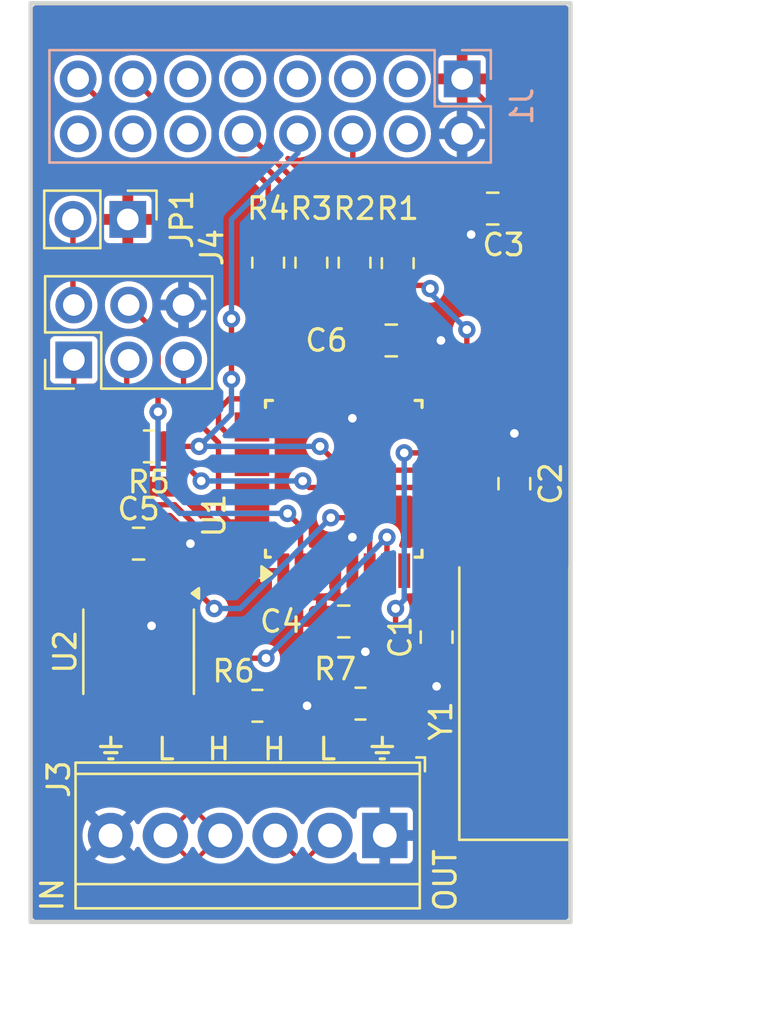
<source format=kicad_pcb>
(kicad_pcb
	(version 20240108)
	(generator "pcbnew")
	(generator_version "8.0")
	(general
		(thickness 1.6)
		(legacy_teardrops no)
	)
	(paper "A4")
	(title_block
		(title "Matemat Power Board CAN Interface")
		(date "2020-07-19")
		(rev "3")
		(company "CCC Basel")
	)
	(layers
		(0 "F.Cu" signal)
		(31 "B.Cu" signal)
		(32 "B.Adhes" user "B.Adhesive")
		(33 "F.Adhes" user "F.Adhesive")
		(34 "B.Paste" user)
		(35 "F.Paste" user)
		(36 "B.SilkS" user "B.Silkscreen")
		(37 "F.SilkS" user "F.Silkscreen")
		(38 "B.Mask" user)
		(39 "F.Mask" user)
		(40 "Dwgs.User" user "User.Drawings")
		(41 "Cmts.User" user "User.Comments")
		(42 "Eco1.User" user "User.Eco1")
		(43 "Eco2.User" user "User.Eco2")
		(44 "Edge.Cuts" user)
		(45 "Margin" user)
		(46 "B.CrtYd" user "B.Courtyard")
		(47 "F.CrtYd" user "F.Courtyard")
		(48 "B.Fab" user)
		(49 "F.Fab" user)
	)
	(setup
		(stackup
			(layer "F.SilkS"
				(type "Top Silk Screen")
			)
			(layer "F.Paste"
				(type "Top Solder Paste")
			)
			(layer "F.Mask"
				(type "Top Solder Mask")
				(thickness 0.01)
			)
			(layer "F.Cu"
				(type "copper")
				(thickness 0.035)
			)
			(layer "dielectric 1"
				(type "core")
				(thickness 1.51)
				(material "FR4")
				(epsilon_r 4.5)
				(loss_tangent 0.02)
			)
			(layer "B.Cu"
				(type "copper")
				(thickness 0.035)
			)
			(layer "B.Mask"
				(type "Bottom Solder Mask")
				(thickness 0.01)
			)
			(layer "B.Paste"
				(type "Bottom Solder Paste")
			)
			(layer "B.SilkS"
				(type "Bottom Silk Screen")
			)
			(copper_finish "None")
			(dielectric_constraints no)
		)
		(pad_to_mask_clearance 0.038)
		(allow_soldermask_bridges_in_footprints no)
		(pcbplotparams
			(layerselection 0x00010fc_ffffffff)
			(plot_on_all_layers_selection 0x0000000_00000000)
			(disableapertmacros no)
			(usegerberextensions no)
			(usegerberattributes no)
			(usegerberadvancedattributes no)
			(creategerberjobfile no)
			(dashed_line_dash_ratio 12.000000)
			(dashed_line_gap_ratio 3.000000)
			(svgprecision 4)
			(plotframeref no)
			(viasonmask no)
			(mode 1)
			(useauxorigin no)
			(hpglpennumber 1)
			(hpglpenspeed 20)
			(hpglpendiameter 15.000000)
			(pdf_front_fp_property_popups yes)
			(pdf_back_fp_property_popups yes)
			(dxfpolygonmode yes)
			(dxfimperialunits yes)
			(dxfusepcbnewfont yes)
			(psnegative no)
			(psa4output no)
			(plotreference yes)
			(plotvalue yes)
			(plotfptext yes)
			(plotinvisibletext no)
			(sketchpadsonfab no)
			(subtractmaskfromsilk yes)
			(outputformat 1)
			(mirror no)
			(drillshape 0)
			(scaleselection 1)
			(outputdirectory "plot")
		)
	)
	(net 0 "")
	(net 1 "GND")
	(net 2 "Net-(U1-XTAL1{slash}PE1)")
	(net 3 "Net-(U1-XTAL2{slash}PE2)")
	(net 4 "+5V")
	(net 5 "/CLK")
	(net 6 "/ZCROSS")
	(net 7 "/STROBE")
	(net 8 "/DIN")
	(net 9 "/DOUT")
	(net 10 "/CAN_P")
	(net 11 "/CAN_N")
	(net 12 "/MISOISP")
	(net 13 "Net-(J4-VCC)")
	(net 14 "/SCKISP")
	(net 15 "/MOSIISP")
	(net 16 "/~{RESET}")
	(net 17 "Net-(U1-PB2)")
	(net 18 "Net-(U1-PB3)")
	(net 19 "Net-(U1-PB4)")
	(net 20 "Net-(U1-PB5)")
	(net 21 "Net-(U2-Rs)")
	(net 22 "/TXCAN")
	(net 23 "/RXCAN")
	(net 24 "/HISPEED")
	(net 25 "unconnected-(U1-PC5-Pad18)")
	(net 26 "unconnected-(U1-PC7-Pad25)")
	(net 27 "unconnected-(U1-PB6-Pad27)")
	(net 28 "unconnected-(U1-PD7-Pad15)")
	(net 29 "unconnected-(U1-PD1-Pad32)")
	(net 30 "unconnected-(U1-AREF{slash}ISRC-Pad21)")
	(net 31 "unconnected-(U1-PB1-Pad9)")
	(net 32 "unconnected-(U1-PB0-Pad8)")
	(net 33 "unconnected-(U1-PB7-Pad28)")
	(net 34 "unconnected-(U1-PC6-Pad22)")
	(net 35 "unconnected-(U1-PD0-Pad29)")
	(net 36 "unconnected-(U1-PC4-Pad17)")
	(net 37 "unconnected-(U1-PC0-Pad30)")
	(net 38 "unconnected-(U1-PC1-Pad3)")
	(net 39 "unconnected-(U2-Vref-Pad5)")
	(net 40 "unconnected-(J1-Pin_5-Pad5)")
	(net 41 "unconnected-(J1-Pin_9-Pad9)")
	(net 42 "unconnected-(J1-Pin_16-Pad16)")
	(net 43 "unconnected-(J1-Pin_3-Pad3)")
	(net 44 "unconnected-(J1-Pin_7-Pad7)")
	(net 45 "unconnected-(J1-Pin_4-Pad4)")
	(net 46 "unconnected-(J1-Pin_14-Pad14)")
	(net 47 "unconnected-(J1-Pin_12-Pad12)")
	(net 48 "unconnected-(J1-Pin_11-Pad11)")
	(footprint "Resistor_SMD:R_0805_2012Metric_Pad1.20x1.40mm_HandSolder" (layer "F.Cu") (at 185.275 108.9 180))
	(footprint "Crystal:Crystal_SMD_HC49-SD" (layer "F.Cu") (at 192.4 108.5 90))
	(footprint "Capacitor_SMD:C_0805_2012Metric_Pad1.18x1.45mm_HandSolder" (layer "F.Cu") (at 188.8 105.825 90))
	(footprint "Capacitor_SMD:C_0805_2012Metric_Pad1.18x1.45mm_HandSolder" (layer "F.Cu") (at 192.4 98.725 -90))
	(footprint "Capacitor_SMD:C_0805_2012Metric_Pad1.18x1.45mm_HandSolder" (layer "F.Cu") (at 184.5 105.1))
	(footprint "Capacitor_SMD:C_0805_2012Metric_Pad1.18x1.45mm_HandSolder" (layer "F.Cu") (at 175 101.5))
	(footprint "Connector_PinHeader_2.54mm:PinHeader_2x03_P2.54mm_Vertical" (layer "F.Cu") (at 172 93 90))
	(footprint "Connector_PinHeader_2.54mm:PinHeader_1x02_P2.54mm_Vertical" (layer "F.Cu") (at 174.5 86.5 -90))
	(footprint "Resistor_SMD:R_0805_2012Metric_Pad1.20x1.40mm_HandSolder" (layer "F.Cu") (at 187 88.525 90))
	(footprint "Resistor_SMD:R_0805_2012Metric_Pad1.20x1.40mm_HandSolder" (layer "F.Cu") (at 185 88.5 90))
	(footprint "Resistor_SMD:R_0805_2012Metric_Pad1.20x1.40mm_HandSolder" (layer "F.Cu") (at 183 88.5 90))
	(footprint "Resistor_SMD:R_0805_2012Metric_Pad1.20x1.40mm_HandSolder" (layer "F.Cu") (at 181 88.5 90))
	(footprint "Resistor_SMD:R_0805_2012Metric_Pad1.20x1.40mm_HandSolder" (layer "F.Cu") (at 175.475 97 180))
	(footprint "Resistor_SMD:R_0805_2012Metric_Pad1.20x1.40mm_HandSolder" (layer "F.Cu") (at 180.5 109 180))
	(footprint "Package_SO:SOIC-8_3.9x4.9mm_P1.27mm" (layer "F.Cu") (at 175 106.5 -90))
	(footprint "Capacitor_SMD:C_0805_2012Metric_Pad1.18x1.45mm_HandSolder" (layer "F.Cu") (at 186.7 92.1))
	(footprint "Capacitor_SMD:C_0805_2012Metric_Pad1.18x1.45mm_HandSolder" (layer "F.Cu") (at 191.4 86 180))
	(footprint "TerminalBlock_TE-Connectivity:TerminalBlock_TE_282834-6_1x06_P2.54mm_Horizontal" (layer "F.Cu") (at 186.4 115 180))
	(footprint "Package_QFP:TQFP-32_7x7mm_P0.8mm" (layer "F.Cu") (at 184.5 98.5 90))
	(footprint "Connector_PinSocket_2.54mm:PinSocket_2x08_P2.54mm_Vertical" (layer "B.Cu") (at 189.98 80 90))
	(gr_line
		(start 170 119)
		(end 195 119)
		(stroke
			(width 0.2)
			(type solid)
		)
		(layer "Edge.Cuts")
		(uuid "38a0b0cb-f125-46e4-8c6c-b2e0ad89cd6f")
	)
	(gr_line
		(start 195 76.5)
		(end 170 76.5)
		(stroke
			(width 0.2)
			(type solid)
		)
		(layer "Edge.Cuts")
		(uuid "3c73d150-1a09-4f17-94f4-42972c8e92b7")
	)
	(gr_line
		(start 195 119)
		(end 195 76.5)
		(stroke
			(width 0.2)
			(type solid)
		)
		(layer "Edge.Cuts")
		(uuid "705946c1-b5f1-4a44-b4f3-b33a7fdb501e")
	)
	(gr_line
		(start 170 76.5)
		(end 170 119)
		(stroke
			(width 0.2)
			(type solid)
		)
		(layer "Edge.Cuts")
		(uuid "ac2dd2bb-5f40-4202-a26d-6aa7d5bbef58")
	)
	(gr_text "OUT"
		(at 189.2 118.6 90)
		(layer "F.SilkS")
		(uuid "00000000-0000-0000-0000-00005cb1baa7")
		(effects
			(font
				(size 1 1)
				(thickness 0.15)
			)
			(justify left)
		)
	)
	(gr_text "⏚  L  H  H  L  ⏚"
		(at 180 111 0)
		(layer "F.SilkS")
		(uuid "00000000-0000-0000-0000-00005f1d9ebd")
		(effects
			(font
				(size 1 1)
				(thickness 0.15)
			)
		)
	)
	(gr_text "IN"
		(at 171 118.6 90)
		(layer "F.SilkS")
		(uuid "43cb3684-d680-4914-9bba-810c008e27ea")
		(effects
			(font
				(size 1 1)
				(thickness 0.15)
			)
			(justify left)
		)
	)
	(dimension
		(type aligned)
		(layer "Dwgs.User")
		(uuid "40410127-d262-4ca0-a228-51b6c4ad327a")
		(pts
			(xy 195 119) (xy 170 119)
		)
		(height -4)
		(gr_text "25.0000 mm"
			(at 182.5 121.2 0)
			(layer "Dwgs.User")
			(uuid "40410127-d262-4ca0-a228-51b6c4ad327a")
			(effects
				(font
					(size 1.5 1.5)
					(thickness 0.3)
				)
			)
		)
		(format
			(prefix "")
			(suffix "")
			(units 3)
			(units_format 1)
			(precision 4)
		)
		(style
			(thickness 0.3)
			(arrow_length 1.27)
			(text_position_mode 0)
			(extension_height 0.58642)
			(extension_offset 0) keep_text_aligned)
	)
	(dimension
		(type aligned)
		(layer "Dwgs.User")
		(uuid "425aee3f-00a5-4800-a225-294242454630")
		(pts
			(xy 195 119) (xy 195 76.5)
		)
		(height 4)
		(gr_text "42.5000 mm"
			(at 197.2 97.75 90)
			(layer "Dwgs.User")
			(uuid "425aee3f-00a5-4800-a225-294242454630")
			(effects
				(font
					(size 1.5 1.5)
					(thickness 0.3)
				)
			)
		)
		(format
			(prefix "")
			(suffix "")
			(units 3)
			(units_format 1)
			(precision 4)
		)
		(style
			(thickness 0.3)
			(arrow_length 1.27)
			(text_position_mode 0)
			(extension_height 0.58642)
			(extension_offset 0) keep_text_aligned)
	)
	(segment
		(start 190.375 87.175)
		(end 190.4 87.2)
		(width 0.25)
		(layer "F.Cu")
		(net 1)
		(uuid "00f131f4-41f8-49cb-8f5d-b837d8adfa57")
	)
	(segment
		(start 175.635 105.265)
		(end 175.6 105.3)
		(width 0.25)
		(layer "F.Cu")
		(net 1)
		(uuid "0739ae38-178b-48c1-9e7c-7613874cbdcf")
	)
	(segment
		(start 176.025 101.5)
		(end 177.4 101.5)
		(width 0.25)
		(layer "F.Cu")
		(net 1)
		(uuid "0ab909ae-0e57-4d25-a601-759157d67170")
	)
	(segment
		(start 184.925 103.7)
		(end 184.9 103.7)
		(width 0.25)
		(layer "F.Cu")
		(net 1)
		(uuid "0bca4218-e851-4707-86d6-50d9391d2952")
	)
	(segment
		(start 184.9 94.25)
		(end 184.9 95.7)
		(width 0.25)
		(layer "F.Cu")
		(net 1)
		(uuid "16dea8fd-b04e-4beb-ab57-1956c3571500")
	)
	(segment
		(start 185.525 105.1)
		(end 185.525 104.3)
		(width 0.25)
		(layer "F.Cu")
		(net 1)
		(uuid "494ca872-6299-4657-9e46-5ba0698f3031")
	)
	(segment
		(start 185.525 104.3)
		(end 184.925 103.7)
		(width 0.25)
		(layer "F.Cu")
		(net 1)
		(uuid "4dae62f0-e112-4e1f-978e-2b17fdd63a24")
	)
	(segment
		(start 190 85.625)
		(end 190.375 86)
		(width 0.25)
		(layer "F.Cu")
		(net 1)
		(uuid "5c1092bb-e5dd-4e3f-82b9-52420c86e105")
	)
	(segment
		(start 187.725 92.1)
		(end 189 92.1)
		(width 0.25)
		(layer "F.Cu")
		(net 1)
		(uuid "84d24b26-727b-48bd-a59e-2ae405caf05f")
	)
	(segment
		(start 190.375 86)
		(end 190.375 87.175)
		(width 0.25)
		(layer "F.Cu")
		(net 1)
		(uuid "8c6ab176-96d5-45cf-91c0-576106f640f1")
	)
	(segment
		(start 190 82.54)
		(end 190 85.625)
		(width 0.25)
		(layer "F.Cu")
		(net 1)
		(uuid "938576f6-8462-4145-802d-1a5e33b21b63")
	)
	(segment
		(start 192.4 97.7)
		(end 192.4 96.4)
		(width 0.25)
		(layer "F.Cu")
		(net 1)
		(uuid "94b59f69-0363-432b-bc47-c29b935497f5")
	)
	(segment
		(start 181.525 109)
		(end 182.8 109)
		(width 0.25)
		(layer "F.Cu")
		(net 1)
		(uuid "9aeff36d-5bd1-45b2-b8f4-fc0401457d78")
	)
	(segment
		(start 184.9 103.7)
		(end 184.9 102.75)
		(width 0.25)
		(layer "F.Cu")
		(net 1)
		(uuid "a15d31e7-f6f5-44ae-9e39-ec827811b231")
	)
	(segment
		(start 184.9 102.75)
		(end 184.9 101.2)
		(width 0.25)
		(layer "F.Cu")
		(net 1)
		(uuid "b4e0d4a5-ca01-4f20-8df5-4e381b249bd0")
	)
	(segment
		(start 185.525 105.1)
		(end 185.525 106.475)
		(width 0.25)
		(layer "F.Cu")
		(net 1)
		(uuid "b878b04a-036b-4e4e-bb2e-e069c3bc409a")
	)
	(segment
		(start 175.635 103.8)
		(end 175.635 105.265)
		(width 0.25)
		(layer "F.Cu")
		(net 1)
		(uuid "c35ad244-32ea-42d9-9f7c-529539f34542")
	)
	(segment
		(start 188.8 106.85)
		(end 188.8 108.1)
		(width 0.25)
		(layer "F.Cu")
		(net 1)
		(uuid "e5f7e438-a280-4b5e-959c-88e454f4adfa")
	)
	(segment
		(start 185.525 106.375)
		(end 185.5 106.4)
		(width 0.25)
		(layer "F.Cu")
		(net 1)
		(uuid "fe85c4d7-e7d4-45bf-90c3-264117041a95")
	)
	(via
		(at 190.4 87.2)
		(size 0.8)
		(drill 0.4)
		(layers "F.Cu" "B.Cu")
		(net 1)
		(uuid "1a7fd8bb-34b9-4a95-8458-231c9cc4b8d9")
	)
	(via
		(at 175.6 105.3)
		(size 0.8)
		(drill 0.4)
		(layers "F.Cu" "B.Cu")
		(net 1)
		(uuid "300b02ff-71d8-4611-a8a0-4d585f3eaf5c")
	)
	(via
		(at 189 92.1)
		(size 0.8)
		(drill 0.4)
		(layers "F.Cu" "B.Cu")
		(net 1)
		(uuid "62517025-437f-41fe-b6d9-4a65ded7e92b")
	)
	(via
		(at 192.4 96.4)
		(size 0.8)
		(drill 0.4)
		(layers "F.Cu" "B.Cu")
		(net 1)
		(uuid "81b5032d-22f0-4c57-8c4b-9d2729cfe77d")
	)
	(via
		(at 188.8 108.1)
		(size 0.8)
		(drill 0.4)
		(layers "F.Cu" "B.Cu")
		(net 1)
		(uuid "b08b8d6e-7662-439d-8a2c-dbd9c0ecbf0c")
	)
	(via
		(at 184.9 95.7)
		(size 0.8)
		(drill 0.4)
		(layers "F.Cu" "B.Cu")
		(net 1)
		(uuid "b731a131-e955-43e3-a46a-e7321183711a")
	)
	(via
		(at 184.9 101.2)
		(size 0.8)
		(drill 0.4)
		(layers "F.Cu" "B.Cu")
		(net 1)
		(uuid "bb644416-eb4b-4fb0-a504-edcd9e219019")
	)
	(via
		(at 185.5 106.5)
		(size 0.8)
		(drill 0.4)
		(layers "F.Cu" "B.Cu")
		(net 1)
		(uuid "bf367447-607d-4886-9e8f-1eb35d328697")
	)
	(via
		(at 182.8 109)
		(size 0.8)
		(drill 0.4)
		(layers "F.Cu" "B.Cu")
		(net 1)
		(uuid "d89f3844-4911-4b8d-b34e-a9a0d150c62c")
	)
	(via
		(at 177.4 101.5)
		(size 0.8)
		(drill 0.4)
		(layers "F.Cu" "B.Cu")
		(net 1)
		(uuid "dd13eb0c-09e5-4b0d-a218-e9c01f0efa92")
	)
	(segment
		(start 190.4 101.1)
		(end 189.8 100.5)
		(width 0.25)
		(layer "F.Cu")
		(net 2)
		(uuid "0b3b9e9f-b97a-4663-b6ef-03cd5d4dca45")
	)
	(segment
		(start 188.8 104.8)
		(end 190.4 103.2)
		(width 0.25)
		(layer "F.Cu")
		(net 2)
		(uuid "0d9982c1-3998-4804-8fa9-db528e8ffaf2")
	)
	(segment
		(start 190.1 110.35)
		(end 192.5 112.75)
		(width 0.25)
		(layer "F.Cu")
		(net 2)
		(uuid "2d50fd4a-f017-43b0-8e20-f353782a6b7e")
	)
	(segment
		(start 188.8 104.8)
		(end 190.1 106.1)
		(width 0.25)
		(layer "F.Cu")
		(net 2)
		(uuid "2fa52541-17a1-46b4-b8c9-04f2ccb75f43")
	)
	(segment
		(start 190.1 106.1)
		(end 190.1 110.35)
		(width 0.25)
		(layer "F.Cu")
		(net 2)
		(uuid "85ebe771-0c4d-48f6-86d1-f16a03c0d763")
	)
	(segment
		(start 189.8 100.5)
		(end 188.75 100.5)
		(width 0.25)
		(layer "F.Cu")
		(net 2)
		(uuid "c7d1fe58-ff33-4774-a088-3da88c8953eb")
	)
	(segment
		(start 190.4 103.2)
		(end 190.4 101.1)
		(width 0.25)
		(layer "F.Cu")
		(net 2)
		(uuid "f1dbc680-5873-415a-b516-5430965802aa")
	)
	(segment
		(start 188.75 99.7)
		(end 192.35 99.7)
		(width 0.25)
		(layer "F.Cu")
		(net 3)
		(uuid "4a2e42de-3a67-4d56-9582-75efb47ec2ee")
	)
	(segment
		(start 192.5 99.85)
		(end 192.4 99.75)
		(width 0.25)
		(layer "F.Cu")
		(net 3)
		(uuid "5777ca34-0844-4cf8-934e-2193b924c62c")
	)
	(segment
		(start 192.5 104.25)
		(end 192.5 99.85)
		(width 0.25)
		(layer "F.Cu")
		(net 3)
		(uuid "5846ef33-dd33-4950-ac72-ac446ff8ab47")
	)
	(segment
		(start 192.35 99.7)
		(end 192.4 99.75)
		(width 0.25)
		(layer "F.Cu")
		(net 3)
		(uuid "fd9c2527-fc14-4595-88df-c3e48194d837")
	)
	(segment
		(start 192.425 86)
		(end 192.425 82.425)
		(width 0.25)
		(layer "F.Cu")
		(net 4)
		(uuid "49784043-efcb-4dda-a401-56679b492994")
	)
	(segment
		(start 192.425 82.425)
		(end 190 80)
		(width 0.25)
		(layer "F.Cu")
		(net 4)
		(uuid "5352adb5-7e19-4d61-9a98-2fe63b334b25")
	)
	(segment
		(start 185.7 92.1375)
		(end 185.6625 92.1)
		(width 0.25)
		(layer "F.Cu")
		(net 4)
		(uuid "7925f058-32c5-45ba-ae6a-361be5cefd97")
	)
	(segment
		(start 185.7 94.25)
		(end 185.7 92.1375)
		(width 0.25)
		(layer "F.Cu")
		(net 4)
		(uuid "8ec2cefb-e095-4d2e-b47e-0ae666b53e1e")
	)
	(segment
		(start 184.92 82.54)
		(end 184.92 85.42)
		(width 0.25)
		(layer "F.Cu")
		(net 5)
		(uuid "b96ba5bf-d86b-400c-aad8-017fa0df4801")
	)
	(segment
		(start 185.6 86.1)
		(end 187 87.5)
		(width 0.25)
		(layer "F.Cu")
		(net 5)
		(uuid "bcbf189e-ad7b-4409-b717-5e8bbdfbeef3")
	)
	(segment
		(start 184.92 85.42)
		(end 185.6 86.1)
		(width 0.25)
		(layer "F.Cu")
		(net 5)
		(uuid "c65f5a01-66ac-4026-8045-83a5eaf40941")
	)
	(segment
		(start 184.5 98.1)
		(end 188.75 98.1)
		(width 0.25)
		(layer "F.Cu")
		(net 6)
		(uuid "235371e4-57d7-48d0-a8b4-5ba877c24fbd")
	)
	(segment
		(start 183.4 97)
		(end 184.5 98.1)
		(width 0.25)
		(layer "F.Cu")
		(net 6)
		(uuid "5c79a137-e52a-45dc-bda3-0cb7161b2237")
	)
	(segment
		(start 179.3 93.9)
		(end 179.3 91.1)
		(width 0.25)
		(layer "F.Cu")
		(net 6)
		(uuid "a1e29906-ce3b-45cc-809e-6d76e9cec090")
	)
	(segment
		(start 176.5 97)
		(end 177.8 97)
		(width 0.25)
		(layer "F.Cu")
		(net 6)
		(uuid "af7de729-c10c-4ea0-86fd-296f91111711")
	)
	(via
		(at 177.8 97)
		(size 0.8)
		(drill 0.4)
		(layers "F.Cu" "B.Cu")
		(net 6)
		(uuid "59798c1b-b89e-4dee-826c-2c59c252a29a")
	)
	(via
		(at 179.3 91.1)
		(size 0.8)
		(drill 0.4)
		(layers "F.Cu" "B.Cu")
		(net 6)
		(uuid "610adb59-a0ff-41ab-83ab-44a236de382d")
	)
	(via
		(at 183.4 97)
		(size 0.8)
		(drill 0.4)
		(layers "F.Cu" "B.Cu")
		(net 6)
		(uuid "92ce4a66-0267-4aab-adca-cf5caeac1064")
	)
	(via
		(at 179.3 93.9)
		(size 0.8)
		(drill 0.4)
		(layers "F.Cu" "B.Cu")
		(net 6)
		(uuid "c02890b3-d885-43b5-9336-c0aa87d8a3e2")
	)
	(segment
		(start 182.38 83.42)
		(end 182.38 82.54)
		(width 0.25)
		(layer "B.Cu")
		(net 6)
		(uuid "07922c52-b84f-4003-acfc-0c68aac5f2a1")
	)
	(segment
		(start 179.3 95.5)
		(end 179.3 93.9)
		(width 0.25)
		(layer "B.Cu")
		(net 6)
		(uuid "3311bae9-a04d-4a38-ae1f-fbfce19bfd40")
	)
	(segment
		(start 177.8 97)
		(end 179.3 95.5)
		(width 0.25)
		(layer "B.Cu")
		(net 6)
		(uuid "4364fd4a-24de-400e-b8fc-09a7750b346a")
	)
	(segment
		(start 179.3 86.5)
		(end 182.38 83.42)
		(width 0.25)
		(layer "B.Cu")
		(net 6)
		(uuid "790f7302-d893-471a-b35f-7ead4bf508bc")
	)
	(segment
		(start 177.8 97)
		(end 183.4 97)
		(width 0.25)
		(layer "B.Cu")
		(net 6)
		(uuid "a5d63fde-05b4-48f2-810e-e576281337a5")
	)
	(segment
		(start 179.3 91.1)
		(end 179.3 86.5)
		(width 0.25)
		(layer "B.Cu")
		(net 6)
		(uuid "bce7cabd-9ffa-477b-91de-5f99682a307c")
	)
	(segment
		(start 185 87.475)
		(end 180.065 82.54)
		(width 0.25)
		(layer "F.Cu")
		(net 7)
		(uuid "42b3c9d3-b807-4c01-b1d9-cae3220f784f")
	)
	(segment
		(start 180.065 82.54)
		(end 179.84 82.54)
		(width 0.25)
		(layer "F.Cu")
		(net 7)
		(uuid "8f25f902-1480-4a4c-a29f-dc1566c80845")
	)
	(segment
		(start 174.76 80)
		(end 176.060499 81.300499)
		(width 0.25)
		(layer "F.Cu")
		(net 8)
		(uuid "20457dc2-6228-4b29-a776-7018c4c5bfb6")
	)
	(segment
		(start 179.18 83.715001)
		(end 180.515001 83.715001)
		(width 0.25)
		(layer "F.Cu")
		(net 8)
		(uuid "21f4ab73-8cbd-4696-8f72-0c227b655421")
	)
	(segment
		(start 178.499501 82.000499)
		(end 177.799501 81.300499)
		(width 0.25)
		(layer "F.Cu")
		(net 8)
		(uuid "2661fb4e-abc9-499a-bd50-6e423d049505")
	)
	(segment
		(start 178.9325 83.4675)
		(end 179.18 83.715001)
		(width 0.25)
		(layer "F.Cu")
		(net 8)
		(uuid "914ad0d4-1587-44e8-a939-3f9d277f05cf")
	)
	(segment
		(start 183 86.2)
		(end 183 87.475)
		(width 0.25)
		(layer "F.Cu")
		(net 8)
		(uuid "9d41383e-07ce-46c1-a1b5-97517a4f1df8")
	)
	(segment
		(start 176.060499 81.300499)
		(end 177.799501 81.300499)
		(width 0.25)
		(layer "F.Cu")
		(net 8)
		(uuid "a32b4432-33aa-4767-a305-62726e6963b2")
	)
	(segment
		(start 178.499501 83.034501)
		(end 178.499501 82.000499)
		(width 0.25)
		(layer "F.Cu")
		(net 8)
		(uuid "ae47ea05-1a43-49ee-9e8b-354bcf3c2db6")
	)
	(segment
		(start 180.515001 83.715001)
		(end 183 86.2)
		(width 0.25)
		(layer "F.Cu")
		(net 8)
		(uuid "b9cc1762-57c0-4742-9682-de71f70ac4cf")
	)
	(segment
		(start 178.9325 83.4675)
		(end 178.499501 83.034501)
		(width 0.25)
		(layer "F.Cu")
		(net 8)
		(uuid "bf817f5a-f344-47d8-8076-52631445a1e3")
	)
	(segment
		(start 181 84.9)
		(end 180.265011 84.165011)
		(width 0.25)
		(layer "F.Cu")
		(net 9)
		(uuid "2298af73-fb08-4bca-bedd-33c9730b2764")
	)
	(segment
		(start 177.09001 84.165011)
		(end 176.6125 83.6875)
		(width 0.25)
		(layer "F.Cu")
		(net 9)
		(uuid "27f93978-b5dd-4ef0-a24f-e6ca84188b31")
	)
	(segment
		(start 176.029501 83.104501)
		(end 176.029501 82.070499)
		(width 0.25)
		(layer "F.Cu")
		(net 9)
		(uuid "321d3c08-e9b4-4d74-a09d-bcff9afa4f37")
	)
	(segment
		(start 176.6125 83.6875)
		(end 176.029501 83.104501)
		(width 0.25)
		(layer "F.Cu")
		(net 9)
		(uuid "5501de6d-677b-4212-ac22-191eae381c54")
	)
	(segment
		(start 172.22 80)
		(end 173.51 81.29)
		(width 0.25)
		(layer "F.Cu")
		(net 9)
		(uuid "6fd32827-66b5-4c23-b985-c9c6600c6076")
	)
	(segment
		(start 181 87.475)
		(end 181 84.9)
		(width 0.25)
		(layer "F.Cu")
		(net 9)
		(uuid "7137c37a-827c-4487-8c1e-12ef019d0fc9")
	)
	(segment
		(start 180.265011 84.165011)
		(end 177.09001 84.165011)
		(width 0.25)
		(layer "F.Cu")
		(net 9)
		(uuid "946e9649-0e3f-462f-9099-17c76606bb00")
	)
	(segment
		(start 175.249002 81.29)
		(end 173.51 81.29)
		(width 0.25)
		(layer "F.Cu")
		(net 9)
		(uuid "b13348e4-cc83-49f2-938d-52c6fa7152b5")
	)
	(segment
		(start 176.029501 82.070499)
		(end 175.249002 81.29)
		(width 0.25)
		(layer "F.Cu")
		(net 9)
		(uuid "fa5df4d6-d69b-4a23-99de-08aaa33f388f")
	)
	(segment
		(start 178.072488 116.925)
		(end 182.227512 116.925)
		(width 0.2)
		(layer "F.Cu")
		(net 10)
		(uuid "0a80a492-443d-4cd2-b574-ff782e43eb22")
	)
	(segment
		(start 182.227512 116.925)
		(end 182.415 116.737512)
		(width 0.2)
		(layer "F.Cu")
		(net 10)
		(uuid "13a73f9c-c3b3-4780-9816-41e6ede8debc")
	)
	(segment
		(start 175.635 109.2)
		(end 175.635 109.675)
		(width 0.2)
		(layer "F.Cu")
		(net 10)
		(uuid "4e9e54d8-4393-4642-bc3d-93a001abd0d1")
	)
	(segment
		(start 177.685 113.905)
		(end 177.685 113.137512)
		(width 0.2)
		(layer "F.Cu")
		(net 10)
		(uuid "5598495b-77dc-412a-a233-425e5596bbbe")
	)
	(segment
		(start 175.635 109.675)
		(end 175.175 110.135)
		(width 0.2)
		(layer "F.Cu")
		(net 10)
		(uuid "5e600d75-0287-451a-86be-94d9c3eb868a")
	)
	(segment
		(start 175.175 110.627512)
		(end 175.175 110.135)
		(width 0.2)
		(layer "F.Cu")
		(net 10)
		(uuid "93a52cab-f3a1-4073-b4a7-b7811313587c")
	)
	(segment
		(start 178.78 115)
		(end 177.685 116.095)
		(width 0.2)
		(layer "F.Cu")
		(net 10)
		(uuid "c0f65519-71b7-4af8-8c1b-ae1bf696bef6")
	)
	(segment
		(start 177.685 116.095)
		(end 177.685 116.537512)
		(width 0.2)
		(layer "F.Cu")
		(net 10)
		(uuid "dac5553d-d868-47fe-af55-49e947155252")
	)
	(segment
		(start 178.78 115)
		(end 177.685 113.905)
		(width 0.2)
		(layer "F.Cu")
		(net 10)
		(uuid "dca43356-2ca2-4499-af2d-35ff71c86bbf")
	)
	(segment
		(start 182.415 116.737512)
		(end 182.415 116.095)
		(width 0.2)
		(layer "F.Cu")
		(net 10)
		(uuid "de3b596c-c9a9-4f55-9aed-48d585e7b55c")
	)
	(segment
		(start 177.685 116.537512)
		(end 178.072488 116.925)
		(width 0.2)
		(layer "F.Cu")
		(net 10)
		(uuid "ef9b34fd-0c3c-42d5-80cb-a8cb59f2b01c")
	)
	(segment
		(start 182.415 116.095)
		(end 181.32 115)
		(width 0.2)
		(layer "F.Cu")
		(net 10)
		(uuid "f2cfe48d-a7e8-4a9c-8c58-91a5c1866f71")
	)
	(segment
		(start 177.685 113.137512)
		(end 175.175 110.627512)
		(width 0.2)
		(layer "F.Cu")
		(net 10)
		(uuid "f8d905f4-017b-4ce9-b76f-ac966c183769")
	)
	(segment
		(start 182.765 116.095)
		(end 183.86 115)
		(width 0.2)
		(layer "F.Cu")
		(net 11)
		(uuid "0300c04b-d5d5-4ce1-a73b-8eac11696f49")
	)
	(segment
		(start 177.927512 117.275)
		(end 182.372488 117.275)
		(width 0.2)
		(layer "F.Cu")
		(net 11)
		(uuid "255d5c25-7e7f-42ab-baab-f3d023aab6d3")
	)
	(segment
		(start 182.765 116.882488)
		(end 182.765 116.095)
		(width 0.2)
		(layer "F.Cu")
		(net 11)
		(uuid "4e842d5e-f1c6-492b-881c-913edb7e31de")
	)
	(segment
		(start 176.24 115)
		(end 177.335 113.905)
		(width 0.2)
		(layer "F.Cu")
		(net 11)
		(uuid "5d17a757-cc57-4061-9979-9148060cb5bd")
	)
	(segment
		(start 174.825 110.772488)
		(end 174.825 110.135)
		(width 0.2)
		(layer "F.Cu")
		(net 11)
		(uuid "6afb8bc5-0840-4eeb-a779-45e1a167686f")
	)
	(segment
		(start 174.365 109.2)
		(end 174.365 109.675)
		(width 0.2)
		(layer "F.Cu")
		(net 11)
		(uuid "8565295c-2db2-4ad6-88b3-37aa9b25824f")
	)
	(segment
		(start 174.365 109.675)
		(end 174.825 110.135)
		(width 0.2)
		(layer "F.Cu")
		(net 11)
		(uuid "8976122b-1ae8-4c06-92e0-57f43d593070")
	)
	(segment
		(start 177.335 113.905)
		(end 177.335 113.282488)
		(width 0.2)
		(layer "F.Cu")
		(net 11)
		(uuid "8ee6654f-5787-4d7c-b67f-552bd364a6ee")
	)
	(segment
		(start 182.372488 117.275)
		(end 182.765 116.882488)
		(width 0.2)
		(layer "F.Cu")
		(net 11)
		(uuid "9dd29569-24cb-4b73-a816-16767a05b371")
	)
	(segment
		(start 177.335 113.282488)
		(end 174.825 110.772488)
		(width 0.2)
		(layer "F.Cu")
		(net 11)
		(uuid "a74ad442-e475-47c2-bbbb-80cab4e9e719")
	)
	(segment
		(start 177.335 116.095)
		(end 177.335 116.682488)
		(width 0.2)
		(layer "F.Cu")
		(net 11)
		(uuid "ab566ae3-6fb5-4e3e-afb6-f0de5611bd75")
	)
	(segment
		(start 177.335 116.682488)
		(end 177.927512 117.275)
		(width 0.2)
		(layer "F.Cu")
		(net 11)
		(uuid "b0bc5f21-1c52-4574-9e58-fc0a5c93a1da")
	)
	(segment
		(start 176.24 115)
		(end 177.335 116.095)
		(width 0.2)
		(layer "F.Cu")
		(net 11)
		(uuid "ffabc850-2ed3-4f6b-ae75-b73619fd26cc")
	)
	(segment
		(start 181.7 102.75)
		(end 179.05 102.75)
		(width 0.25)
		(layer "F.Cu")
		(net 12)
		(uuid "66721607-e438-4957-a69d-cf2bb83ce123")
	)
	(segment
		(start 172 98)
		(end 172 93)
		(width 0.25)
		(layer "F.Cu")
		(net 12)
		(uuid "687deb4b-f373-4fe4-a7cf-e3fda7631931")
	)
	(segment
		(start 176.673002 99.7)
		(end 173.7 99.7)
		(width 0.25)
		(layer "F.Cu")
		(net 12)
		(uuid "7e7dd100-fb7f-4256-b528-b4b9b16a5a35")
	)
	(segment
		(start 178.3 101.326998)
		(end 176.673002 99.7)
		(width 0.25)
		(layer "F.Cu")
		(net 12)
		(uuid "8328f4bb-7667-42a3-bc56-3eefbec08e34")
	)
	(segment
		(start 179.05 102.75)
		(end 178.3 102)
		(width 0.25)
		(layer "F.Cu")
		(net 12)
		(uuid "987c2f11-3c53-46c4-bb51-c5a98cff22e9")
	)
	(segment
		(start 178.3 102)
		(end 178.3 101.326998)
		(width 0.25)
		(layer "F.Cu")
		(net 12)
		(uuid "b47186e7-97b3-42fc-b6ef-2aa8a1fe7955")
	)
	(segment
		(start 173.7 99.7)
		(end 172 98)
		(width 0.25)
		(layer "F.Cu")
		(net 12)
		(uuid "f1eb736b-ddc2-414b-81b3-bd3956f8a3f5")
	)
	(segment
		(start 171.96 90.42)
		(end 172 90.46)
		(width 0.25)
		(layer "F.Cu")
		(net 13)
		(uuid "39a7934a-15c3-4bbd-93e9-1454a9475403")
	)
	(segment
		(start 171.96 86.5)
		(end 171.96 90.42)
		(width 0.25)
		(layer "F.Cu")
		(net 13)
		(uuid "51c2efd5-b183-4bbe-9811-e1c78fddec76")
	)
	(segment
		(start 175.47501 98.02501)
		(end 175.15 97.7)
		(width 0.25)
		(layer "F.Cu")
		(net 14)
		(uuid "19a2eab0-d633-404f-99c8-98aa42c782e0")
	)
	(segment
		(start 188.75 98.9)
		(end 182.9 98.9)
		(width 0.25)
		(layer "F.Cu")
		(net 14)
		(uuid "2b17f165-0755-45d8-b61c-f46f00af3451")
	)
	(segment
		(start 177.32501 98.02501)
		(end 175.47501 98.02501)
		(width 0.25)
		(layer "F.Cu")
		(net 14)
		(uuid "45916805-fc09-4238-b8f1-99a3920b0f92")
	)
	(segment
		(start 182.6 98.6)
		(end 182.9 98.9)
		(width 0.25)
		(layer "F.Cu")
		(net 14)
		(uuid "6aebcd00-5b42-431c-8271-d827a373c0d9")
	)
	(segment
		(start 174.45 93.09)
		(end 174.54 93)
		(width 0.25)
		(layer "F.Cu")
		(net 14)
		(uuid "7bf8a8c2-f5cd-411d-babe-57e24b6d9d49")
	)
	(segment
		(start 177.9 98.6)
		(end 177.32501 98.02501)
		(width 0.25)
		(layer "F.Cu")
		(net 14)
		(uuid "a906a853-d8b0-4eb2-96a1-8284830f57a5")
	)
	(segment
		(start 174.45 97)
		(end 175.15 97.7)
		(width 0.25)
		(layer "F.Cu")
		(net 14)
		(uuid "b5edee1a-a6c0-4e7e-897d-9c6613af0d88")
	)
	(segment
		(start 174.45 97)
		(end 174.45 93.09)
		(width 0.25)
		(layer "F.Cu")
		(net 14)
		(uuid "bcfdf1d4-2f1a-4adb-bf48-d4ac3bd77e1c")
	)
	(via
		(at 182.6 98.6)
		(size 0.8)
		(drill 0.4)
		(layers "F.Cu" "B.Cu")
		(net 14)
		(uuid "4487eed9-a7e5-4e16-9f9c-ab4720f579d9")
	)
	(via
		(at 177.9 98.6)
		(size 0.8)
		(drill 0.4)
		(layers "F.Cu" "B.Cu")
		(net 14)
		(uuid "dc261f07-0d69-4820-a86e-686ee0d56be7")
	)
	(segment
		(start 177.9 98.6)
		(end 182.6 98.6)
		(width 0.25)
		(layer "B.Cu")
		(net 14)
		(uuid "6cff8af7-00bd-45f3-a2b5-7a96bdc655bf")
	)
	(segment
		(start 175.9 95.4)
		(end 175.9 91.82)
		(width 0.25)
		(layer "F.Cu")
		(net 15)
		(uuid "52a564e5-60bf-467c-beca-2cea478d32e0")
	)
	(segment
		(start 182.5 102.75)
		(end 182.5 100.7)
		(width 0.25)
		(layer "F.Cu")
		(net 15)
		(uuid "b6b805ba-c4b8-4f54-a68d-bec59c6b462c")
	)
	(segment
		(start 175.9 91.82)
		(end 174.54 90.46)
		(width 0.25)
		(layer "F.Cu")
		(net 15)
		(uuid "d2a59f3c-7ec6-4535-b928-10867a4641cf")
	)
	(segment
		(start 182.5 100.7)
		(end 181.9 100.1)
		(width 0.25)
		(layer "F.Cu")
		(net 15)
		(uuid "f6dc1400-11c8-44e1-9c6e-331e44c51ace")
	)
	(via
		(at 175.9 95.4)
		(size 0.8)
		(drill 0.4)
		(layers "F.Cu" "B.Cu")
		(net 15)
		(uuid "8bae53d7-145a-4e06-ba87-28db1b8680fc")
	)
	(via
		(at 181.9 100.1)
		(size 0.8)
		(drill 0.4)
		(layers "F.Cu" "B.Cu")
		(net 15)
		(uuid "c5c6775c-5ad2-4406-9cc5-aae210aa85ec")
	)
	(segment
		(start 176.9 100.1)
		(end 175.9 99.1)
		(width 0.25)
		(layer "B.Cu")
		(net 15)
		(uuid "3a792e10-7e4b-447e-acb5-cd646d3f680e")
	)
	(segment
		(start 181.9 100.1)
		(end 176.9 100.1)
		(width 0.25)
		(layer "B.Cu")
		(net 15)
		(uuid "3eee056f-1dc2-41cb-8c23-f4fadb62db8f")
	)
	(segment
		(start 175.9 98.3)
		(end 175.9 95.4)
		(width 0.25)
		(layer "B.Cu")
		(net 15)
		(uuid "8f535532-ac12-41b2-88f1-bc3f836913ea")
	)
	(segment
		(start 175.9 99.1)
		(end 175.9 98.3)
		(width 0.25)
		(layer "B.Cu")
		(net 15)
		(uuid "efd6e719-9fde-439f-9cb2-2b6957293dd0")
	)
	(segment
		(start 177.08 94.202081)
		(end 177.08 93)
		(width 0.25)
		(layer "F.Cu")
		(net 16)
		(uuid "03727f79-06cf-471c-8eee-183729f8b699")
	)
	(segment
		(start 180.25 100.5)
		(end 179.2 100.5)
		(width 0.25)
		(layer "F.Cu")
		(net 16)
		(uuid "12e96a2c-108b-4906-ad40-655bd088a1c3")
	)
	(segment
		(start 177.08 95.206998)
		(end 177.08 94.202081)
		(width 0.25)
		(layer "F.Cu")
		(net 16)
		(uuid "1802e182-ebb5-4341-863a-c134e7e3ccb6")
	)
	(segment
		(start 178.7 96.826998)
		(end 177.08 95.206998)
		(width 0.25)
		(layer "F.Cu")
		(net 16)
		(uuid "1ced8a75-76a5-4a41-bcb6-92c176706841")
	)
	(segment
		(start 178.7 100)
		(end 178.7 96.826998)
		(width 0.25)
		(layer "F.Cu")
		(net 16)
		(uuid "43a9c0a6-87a8-447c-a789-55700bac43ae")
	)
	(segment
		(start 179.2 100.5)
		(end 178.7 100)
		(width 0.25)
		(layer "F.Cu")
		(net 16)
		(uuid "62cd64ae-fd7a-489a-879e-8ebfee03c98d")
	)
	(segment
		(start 188.75 93.75)
		(end 188.8 93.7)
		(width 0.25)
		(layer "F.Cu")
		(net 17)
		(uuid "1410d958-29bf-4c4d-a49f-00dc49575928")
	)
	(segment
		(start 187 89.55)
		(end 188.35 89.55)
		(width 0.25)
		(layer "F.Cu")
		(net 17)
		(uuid "41149121-0474-497d-b088-064703eed710")
	)
	(segment
		(start 190.2 92.3)
		(end 190.2 91.6)
		(width 0.25)
		(layer "F.Cu")
		(net 17)
		(uuid "591c8c9b-1c29-43a5-97e1-872e38ed6d82")
	)
	(segment
		(start 188.35 89.55)
		(end 188.5 89.7)
		(width 0.25)
		(layer "F.Cu")
		(net 17)
		(uuid "7e995424-3c42-492e-9c72-ea8b633c10d7")
	)
	(segment
		(start 188.8 93.7)
		(end 190.2 92.3)
		(width 0.25)
		(layer "F.Cu")
		(net 17)
		(uuid "8096b0c2-51fe-42a9-8440-41b29261bea5")
	)
	(segment
		(start 188.75 95.7)
		(end 188.75 93.75)
		(width 0.25)
		(layer "F.Cu")
		(net 17)
		(uuid "fb5c4baa-161b-48db-915a-8a17ea5f7504")
	)
	(via
		(at 190.2 91.6)
		(size 0.8)
		(drill 0.4)
		(layers "F.Cu" "B.Cu")
		(net 17)
		(uuid "66b7d062-c421-4b29-ab64-8920136269d6")
	)
	(via
		(at 188.5 89.7)
		(size 0.8)
		(drill 0.4)
		(layers "F.Cu" "B.Cu")
		(net 17)
		(uuid "c10f72b6-122e-4fb7-9af4-88e3a02aad9b")
	)
	(segment
		(start 188.5 89.9)
		(end 188.5 89.7)
		(width 0.25)
		(layer "B.Cu")
		(net 17)
		(uuid "754a9960-6285-4676-9fa8-abdf6fc483ca")
	)
	(segment
		(start 190.2 91.6)
		(end 188.5 89.9)
		(width 0.25)
		(layer "B.Cu")
		(net 17)
		(uuid "a74f4cb5-8473-4a15-913a-3b15557b0b4f")
	)
	(segment
		(start 182.5 92.7)
		(end 182.5 93.2)
		(width 0.25)
		(layer "F.Cu")
		(net 18)
		(uuid "227c53b8-8560-4ecb-afe2-d4e2cd7a167e")
	)
	(segment
		(start 185 90.2)
		(end 182.5 92.7)
		(width 0.25)
		(layer "F.Cu")
		(net 18)
		(uuid "289a849d-1b21-4390-b07f-dd7d52d38e81")
	)
	(segment
		(start 182.5 93.2)
		(end 182.5 94.25)
		(width 0.25)
		(layer "F.Cu")
		(net 18)
		(uuid "2b985952-f2d4-4eee-a61a-046d2c51b95e")
	)
	(segment
		(start 185 89.525)
		(end 185 90.2)
		(width 0.25)
		(layer "F.Cu")
		(net 18)
		(uuid "b14c22ee-1990-49ee-97c4-f38a70e0903b")
	)
	(segment
		(start 181.7 92.6)
		(end 181.7 94.25)
		(width 0.25)
		(layer "F.Cu")
		(net 19)
		(uuid "9edff6f1-e723-4c19-b7e1-dbc9cb677cb7")
	)
	(segment
		(start 183 89.525)
		(end 183 91.3)
		(width 0.25)
		(layer "F.Cu")
		(net 19)
		(uuid "a4977144-e69f-482d-853c-e0180428e955")
	)
	(segment
		(start 183 91.3)
		(end 181.7 92.6)
		(width 0.25)
		(layer "F.Cu")
		(net 19)
		(uuid "d041b95f-b598-495e-a676-8602c993272b")
	)
	(segment
		(start 179.2 96.5)
		(end 180.25 96.5)
		(width 0.25)
		(layer "F.Cu")
		(net 20)
		(uuid "33838ae7-5163-4bf6-8e44-cd0bd8f66a5c")
	)
	(segment
		(start 178.7 96)
		(end 179.2 96.5)
		(width 0.25)
		(layer "F.Cu")
		(net 20)
		(uuid "476992cd-0b29-4d83-87f8-18c1888accd3")
	)
	(segment
		(start 181 94)
		(end 180.2 94.8)
		(width 0.25)
		(layer "F.Cu")
		(net 20)
		(uuid "6e666a7d-5947-45c2-a6ba-91ea4b023dfd")
	)
	(segment
		(start 181 89.525)
		(end 181 94)
		(width 0.25)
		(layer "F.Cu")
		(net 20)
		(uuid "83a155a8-cce2-4454-b359-28fb41bd0b36")
	)
	(segment
		(start 180.2 94.8)
		(end 179.2 94.8)
		(width 0.25)
		(layer "F.Cu")
		(net 20)
		(uuid "b74afda6-b43a-4d4c-8e7a-4a9f1e1a1db5")
	)
	(segment
		(start 178.7 95.3)
		(end 178.7 96)
		(width 0.25)
		(layer "F.Cu")
		(net 20)
		(uuid "b9ce2bcb-7d81-4b51-91cd-e72313ca6bbc")
	)
	(segment
		(start 179.2 94.8)
		(end 178.7 95.3)
		(width 0.25)
		(layer "F.Cu")
		(net 20)
		(uuid "d9ff3854-b413-4553-9f21-3e23b55eac69")
	)
	(segment
		(start 176.905 109.2)
		(end 179.275 109.2)
		(width 0.25)
		(layer "F.Cu")
		(net 21)
		(uuid "112c70b2-3a5b-4aec-90bd-e422628c9151")
	)
	(segment
		(start 179.475 109.8)
		(end 180.075 110.4)
		(width 0.25)
		(layer "F.Cu")
		(net 21)
		(uuid "31900f40-9248-4582-9342-67f30bb90984")
	)
	(segment
		(start 183.6 110.4)
		(end 184.25 109.75)
		(width 0.25)
		(layer "F.Cu")
		(net 21)
		(uuid "649a8f0b-3c63-476f-9ea2-f4d61ae81604")
	)
	(segment
		(start 179.275 109.2)
		(end 179.475 109)
		(width 0.25)
		(layer "F.Cu")
		(net 21)
		(uuid "89674993-d9df-4e06-9f44-5256efd58b41")
	)
	(segment
		(start 184.25 109.75)
		(end 184.25 108.9)
		(width 0.25)
		(layer "F.Cu")
		(net 21)
		(uuid "8debe98c-ce5c-4eb8-a159-b26604039820")
	)
	(segment
		(start 179.475 109)
		(end 179.475 109.8)
		(width 0.25)
		(layer "F.Cu")
		(net 21)
		(uuid "d260c77b-3e3b-4c5f-a3cd-931b9ad3007f")
	)
	(segment
		(start 180.075 110.4)
		(end 183.6 110.4)
		(width 0.25)
		(layer "F.Cu")
		(net 21)
		(uuid "d49c5567-9ef4-4394-a9f3-d2176aafacaa")
	)
	(segment
		(start 177.8 103.8)
		(end 178.5 104.5)
		(width 0.25)
		(layer "F.Cu")
		(net 22)
		(uuid "4132b7c7-419b-4997-97fc-52a912f1f6fd")
	)
	(segment
		(start 185.1 100.3)
		(end 185.7 100.9)
		(width 0.25)
		(layer "F.Cu")
		(net 22)
		(uuid "80d5505b-eb06-4dc4-ab2a-63fb238e4164")
	)
	(segment
		(start 183.9 100.3)
		(end 185.1 100.3)
		(width 0.25)
		(layer "F.Cu")
		(net 22)
		(uuid "dea70ac2-6a88-4b4b-a5e2-8df2d43cbe69")
	)
	(segment
		(start 176.905 103.8)
		(end 177.8 103.8)
		(width 0.25)
		(layer "F.Cu")
		(net 22)
		(uuid "e50409d0-519e-46a6-b321-f51295877e4f")
	)
	(segment
		(start 185.7 100.9)
		(end 185.7 102.75)
		(width 0.25)
		(layer "F.Cu")
		(net 22)
		(uuid "f260d912-ed08-40d3-8be1-94fd16f3a604")
	)
	(via
		(at 178.5 104.5)
		(size 0.8)
		(drill 0.4)
		(layers "F.Cu" "B.Cu")
		(net 22)
		(uuid "74e0d6dd-e4e9-4a84-86b4-945c954ff77f")
	)
	(via
		(at 183.9 100.3)
		(size 0.8)
		(drill 0.4)
		(layers "F.Cu" "B.Cu")
		(net 22)
		(uuid "ff74a9c7-6609-488e-985c-b9aee1a3c5b3")
	)
	(segment
		(start 178.5 104.5)
		(end 179.7 104.5)
		(width 0.25)
		(layer "B.Cu")
		(net 22)
		(uuid "54d249be-2e87-4c5a-a064-1525049936be")
	)
	(segment
		(start 179.7 104.5)
		(end 183.9 100.3)
		(width 0.25)
		(layer "B.Cu")
		(net 22)
		(uuid "ed1276b1-ee9c-4953-a2d4-23c82a04d794")
	)
	(segment
		(start 173.095 103.8)
		(end 173.095 105.295)
		(width 0.25)
		(layer "F.Cu")
		(net 23)
		(uuid "02ea1986-f77c-4a90-85a4-98d0808fba3e")
	)
	(segment
		(start 173.095 105.395)
		(end 174.5 106.8)
		(width 0.25)
		(layer "F.Cu")
		(net 23)
		(uuid "219f745c-da69-4f2f-8572-7c1f590d9915")
	)
	(segment
		(start 174.5 106.8)
		(end 180.9 106.8)
		(width 0.25)
		(layer "F.Cu")
		(net 23)
		(uuid "54f1e86e-e6b6-432d-a927-e919cd48ae20")
	)
	(segment
		(start 186.5 102.75)
		(end 186.5 101.2)
		(width 0.25)
		(layer "F.Cu")
		(net 23)
		(uuid "a6052e51-d5a6-4069-92ad-0c3aa285f69d")
	)
	(segment
		(start 173.095 103.8)
		(end 173.095 105.395)
		(width 0.25)
		(layer "F.Cu")
		(net 23)
		(uuid "b55138d5-7ec5-4545-a1fa-93e18d6c7d6b")
	)
	(via
		(at 180.9 106.8)
		(size 0.8)
		(drill 0.4)
		(layers "F.Cu" "B.Cu")
		(net 23)
		(uuid "8547b138-20e8-4e6c-a948-d7433a891ee3")
	)
	(via
		(at 186.5 101.2)
		(size 0.8)
		(drill 0.4)
		(layers "F.Cu" "B.Cu")
		(net 23)
		(uuid "d742bcb7-c0a3-491d-8237-919f94caa090")
	)
	(segment
		(start 180.9 106.8)
		(end 186.5 101.2)
		(width 0.25)
		(layer "B.Cu")
		(net 23)
		(uuid "eea36cd8-c80a-43b3-801e-895455cc713b")
	)
	(segment
		(start 186.3 108.9)
		(end 186.9 108.3)
		(width 0.25)
		(layer "F.Cu")
		(net 24)
		(uuid "288916f6-9f01-4b18-aec6-0c10715d1ce6")
	)
	(segment
		(start 186.9 108.3)
		(end 186.9 104.5)
		(width 0.25)
		(layer "F.Cu")
		(net 24)
		(uuid "cf17b536-755b-4c91-b6af-3393ad757e5a")
	)
	(segment
		(start 187.3 97.3)
		(end 188.75 97.3)
		(width 0.25)
		(layer "F.Cu")
		(net 24)
		(uuid "ee966f98-f9ad-4004-87a2-6499373a805f")
	)
	(via
		(at 186.9 104.5)
		(size 0.8)
		(drill 0.4)
		(layers "F.Cu" "B.Cu")
		(net 24)
		(uuid "4b2d7483-64cb-4a17-a9b6-6a9577fbd515")
	)
	(via
		(at 187.3 97.3)
		(size 0.8)
		(drill 0.4)
		(layers "F.Cu" "B.Cu")
		(net 24)
		(uuid "e045ba0b-71cc-43ce-8c88-1ad2e49a0e9e")
	)
	(segment
		(start 187.3 104.1)
		(end 187.3 97.3)
		(width 0.25)
		(layer "B.Cu")
		(net 24)
		(uuid "90ea32f9-d648-4ea8-b76a-f858c8bce4cf")
	)
	(segment
		(start 186.9 104.5)
		(end 187.3 104.1)
		(width 0.25)
		(layer "B.Cu")
		(net 24)
		(uuid "9c64721c-4ca5-411f-9a8e-1580a9563585")
	)
	(zone
		(net 4)
		(net_name "+5V")
		(layer "F.Cu")
		(uuid "00000000-0000-0000-0000-00005e4595dd")
		(hatch edge 0.508)
		(connect_pads
			(clearance 0.25)
		)
		(min_thickness 0.25)
		(filled_areas_thickness no)
		(fill yes
			(thermal_gap 0.25)
			(thermal_bridge_width 0.5)
		)
		(polygon
			(pts
				(xy 170 76.5) (xy 195 76.5) (xy 195 119) (xy 170 119)
			)
		)
		(filled_polygon
			(layer "F.Cu")
			(pts
				(xy 194.842539 76.620185) (xy 194.888294 76.672989) (xy 194.8995 76.7245) (xy 194.8995 118.7755)
				(xy 194.879815 118.842539) (xy 194.827011 118.888294) (xy 194.7755 118.8995) (xy 170.2245 118.8995)
				(xy 170.157461 118.879815) (xy 170.111706 118.827011) (xy 170.1005 118.7755) (xy 170.1005 114.999998)
				(xy 172.394532 114.999998) (xy 172.394532 115.000001) (xy 172.414364 115.226686) (xy 172.414366 115.226697)
				(xy 172.473258 115.446488) (xy 172.473261 115.446497) (xy 172.569431 115.652732) (xy 172.569432 115.652734)
				(xy 172.699954 115.839141) (xy 172.860858 116.000045) (xy 172.860861 116.000047) (xy 173.047266 116.130568)
				(xy 173.253504 116.226739) (xy 173.253509 116.22674) (xy 173.253511 116.226741) (xy 173.267917 116.230601)
				(xy 173.473308 116.285635) (xy 173.63523 116.299801) (xy 173.699998 116.305468) (xy 173.7 116.305468)
				(xy 173.700002 116.305468) (xy 173.756796 116.300499) (xy 173.926692 116.285635) (xy 174.146496 116.226739)
				(xy 174.352734 116.130568) (xy 174.539139 116.000047) (xy 174.700047 115.839139) (xy 174.830568 115.652734)
				(xy 174.857618 115.594724) (xy 174.90379 115.542285) (xy 174.970983 115.523133) (xy 175.037865 115.543348)
				(xy 175.082382 115.594725) (xy 175.109429 115.652728) (xy 175.109432 115.652734) (xy 175.239954 115.839141)
				(xy 175.400858 116.000045) (xy 175.400861 116.000047) (xy 175.587266 116.130568) (xy 175.793504 116.226739)
				(xy 175.793509 116.22674) (xy 175.793511 116.226741) (xy 175.807917 116.230601) (xy 176.013308 116.285635)
				(xy 176.17523 116.299801) (xy 176.239998 116.305468) (xy 176.24 116.305468) (xy 176.240002 116.305468)
				(xy 176.296796 116.300499) (xy 176.466692 116.285635) (xy 176.686496 116.226739) (xy 176.801871 116.172937)
				(xy 176.870946 116.162445) (xy 176.93473 116.190963) (xy 176.941956 116.197638) (xy 176.948181 116.203863)
				(xy 176.981666 116.265186) (xy 176.9845 116.291544) (xy 176.9845 116.728631) (xy 177.008386 116.817775)
				(xy 177.008387 116.817778) (xy 177.054527 116.897696) (xy 177.054529 116.897699) (xy 177.05453 116.8977)
				(xy 177.7123 117.55547) (xy 177.792224 117.601614) (xy 177.881368 117.6255) (xy 177.881369 117.6255)
				(xy 177.88137 117.6255) (xy 182.41863 117.6255) (xy 182.418632 117.6255) (xy 182.507776 117.601614)
				(xy 182.5877 117.55547) (xy 183.04547 117.0977) (xy 183.091614 117.017776) (xy 183.1155 116.928632)
				(xy 183.1155 116.836344) (xy 183.1155 116.291544) (xy 183.135185 116.224505) (xy 183.151819 116.203863)
				(xy 183.158043 116.197639) (xy 183.219366 116.164154) (xy 183.289058 116.169138) (xy 183.298129 116.172938)
				(xy 183.413504 116.226739) (xy 183.413509 116.22674) (xy 183.413511 116.226741) (xy 183.427917 116.230601)
				(xy 183.633308 116.285635) (xy 183.79523 116.299801) (xy 183.859998 116.305468) (xy 183.86 116.305468)
				(xy 183.860002 116.305468) (xy 183.916796 116.300499) (xy 184.086692 116.285635) (xy 184.306496 116.226739)
				(xy 184.512734 116.130568) (xy 184.699139 116.000047) (xy 184.860047 115.839139) (xy 184.873924 115.819319)
				(xy 184.9285 115.775694) (xy 184.997999 115.7685) (xy 185.060354 115.800022) (xy 185.095768 115.860251)
				(xy 185.0995 115.890442) (xy 185.0995 116.074678) (xy 185.114032 116.147735) (xy 185.114033 116.147739)
				(xy 185.114034 116.14774) (xy 185.169399 116.230601) (xy 185.251762 116.285633) (xy 185.25226 116.285966)
				(xy 185.252264 116.285967) (xy 185.325321 116.300499) (xy 185.325324 116.3005) (xy 185.325326 116.3005)
				(xy 187.474676 116.3005) (xy 187.474677 116.300499) (xy 187.54774 116.285966) (xy 187.630601 116.230601)
				(xy 187.685966 116.14774) (xy 187.7005 116.074674) (xy 187.7005 113.925326) (xy 187.7005 113.925323)
				(xy 187.700499 113.925321) (xy 187.685967 113.852264) (xy 187.685966 113.85226) (xy 187.648466 113.796137)
				(xy 187.630601 113.769399) (xy 187.548237 113.714366) (xy 187.547739 113.714033) (xy 187.547735 113.714032)
				(xy 187.474677 113.6995) (xy 187.474674 113.6995) (xy 185.325326 113.6995) (xy 185.325323 113.6995)
				(xy 185.252264 113.714032) (xy 185.25226 113.714033) (xy 185.169399 113.769399) (xy 185.114033 113.85226)
				(xy 185.114032 113.852264) (xy 185.0995 113.925321) (xy 185.0995 114.109557) (xy 185.079815 114.176596)
				(xy 185.027011 114.222351) (xy 184.957853 114.232295) (xy 184.894297 114.20327) (xy 184.873925 114.180681)
				(xy 184.860043 114.160856) (xy 184.699141 113.999954) (xy 184.512734 113.869432) (xy 184.512732 113.869431)
				(xy 184.306497 113.773261) (xy 184.306488 113.773258) (xy 184.086697 113.714366) (xy 184.086693 113.714365)
				(xy 184.086692 113.714365) (xy 184.086691 113.714364) (xy 184.086686 113.714364) (xy 183.860002 113.694532)
				(xy 183.859998 113.694532) (xy 183.633313 113.714364) (xy 183.633302 113.714366) (xy 183.413511 113.773258)
				(xy 183.413502 113.773261) (xy 183.207267 113.869431) (xy 183.207265 113.869432) (xy 183.020858 113.999954)
				(xy 182.859954 114.160858) (xy 182.729432 114.347265) (xy 182.729431 114.347267) (xy 182.702382 114.405275)
				(xy 182.656209 114.457714) (xy 182.589016 114.476866) (xy 182.522135 114.45665) (xy 182.477618 114.405275)
				(xy 182.450568 114.347267) (xy 182.450567 114.347265) (xy 182.320045 114.160858) (xy 182.159141 113.999954)
				(xy 181.972734 113.869432) (xy 181.972732 113.869431) (xy 181.766497 113.773261) (xy 181.766488 113.773258)
				(xy 181.546697 113.714366) (xy 181.546693 113.714365) (xy 181.546692 113.714365) (xy 181.546691 113.714364)
				(xy 181.546686 113.714364) (xy 181.320002 113.694532) (xy 181.319998 113.694532) (xy 181.093313 113.714364)
				(xy 181.093302 113.714366) (xy 180.873511 113.773258) (xy 180.873502 113.773261) (xy 180.667267 113.869431)
				(xy 180.667265 113.869432) (xy 180.480858 113.999954) (xy 180.319954 114.160858) (xy 180.189432 114.347265)
				(xy 180.189431 114.347267) (xy 180.162382 114.405275) (xy 180.116209 114.457714) (xy 180.049016 114.476866)
				(xy 179.982135 114.45665) (xy 179.937618 114.405275) (xy 179.910568 114.347267) (xy 179.910567 114.347265)
				(xy 179.780045 114.160858) (xy 179.619141 113.999954) (xy 179.432734 113.869432) (xy 179.432732 113.869431)
				(xy 179.226497 113.773261) (xy 179.226488 113.773258) (xy 179.006697 113.714366) (xy 179.006693 113.714365)
				(xy 179.006692 113.714365) (xy 179.006691 113.714364) (xy 179.006686 113.714364) (xy 178.780002 113.694532)
				(xy 178.779998 113.694532) (xy 178.553313 113.714364) (xy 178.553302 113.714366) (xy 178.333511 113.773258)
				(xy 178.333497 113.773263) (xy 178.218127 113.827061) (xy 178.149049 113.837553) (xy 178.085266 113.809033)
				(xy 178.078042 113.80236) (xy 178.071819 113.796137) (xy 178.038334 113.734814) (xy 178.0355 113.708456)
				(xy 178.0355 113.09137) (xy 178.0355 113.091368) (xy 178.011614 113.002224) (xy 178.011613 113.002223)
				(xy 178.011613 113.002221) (xy 177.999109 112.980565) (xy 177.999107 112.980562) (xy 177.96547 112.9223)
				(xy 175.561819 110.518649) (xy 175.528334 110.457326) (xy 175.5255 110.430968) (xy 175.5255 110.331543)
				(xy 175.545185 110.264504) (xy 175.561819 110.243862) (xy 175.568863 110.236818) (xy 175.630186 110.203333)
				(xy 175.656544 110.200499) (xy 175.816517 110.200499) (xy 175.816518 110.200499) (xy 175.910304 110.185646)
				(xy 176.023342 110.12805) (xy 176.11305 110.038342) (xy 176.159516 109.947145) (xy 176.20749 109.896352)
				(xy 176.275311 109.879557) (xy 176.341445 109.902094) (xy 176.380482 109.947145) (xy 176.42695 110.038342)
				(xy 176.426951 110.038343) (xy 176.426954 110.038347) (xy 176.516652 110.128045) (xy 176.516654 110.128046)
				(xy 176.516658 110.12805) (xy 176.629694 110.185645) (xy 176.629698 110.185647) (xy 176.723475 110.200499)
				(xy 176.723481 110.2005) (xy 177.086518 110.200499) (xy 177.180304 110.185646) (xy 177.293342 110.12805)
				(xy 177.38305 110.038342) (xy 177.440646 109.925304) (xy 177.440646 109.925302) (xy 177.440647 109.925301)
				(xy 177.4555 109.831524) (xy 177.4555 109.6995) (xy 177.475185 109.632461) (xy 177.527989 109.586706)
				(xy 177.5795 109.5755) (xy 178.576533 109.5755) (xy 178.643572 109.595185) (xy 178.689327 109.647989)
				(xy 178.692715 109.656166) (xy 178.706203 109.69233) (xy 178.706206 109.692335) (xy 178.792452 109.807544)
				(xy 178.792455 109.807547) (xy 178.907664 109.893793) (xy 178.907671 109.893797) (xy 178.929917 109.902094)
				(xy 179.042517 109.944091) (xy 179.0674 109.946766) (xy 179.131949 109.973503) (xy 179.16153 110.008054)
				(xy 179.170842 110.024184) (xy 179.174525 110.030562) (xy 179.174526 110.030563) (xy 179.774525 110.630562)
				(xy 179.844438 110.700475) (xy 179.930059 110.749908) (xy 179.930062 110.74991) (xy 179.977811 110.762705)
				(xy 179.977812 110.762705) (xy 179.987903 110.765408) (xy 180.025564 110.7755) (xy 180.025565 110.7755)
				(xy 180.025566 110.7755) (xy 183.649435 110.7755) (xy 183.649436 110.7755) (xy 183.697186 110.762705)
				(xy 183.744938 110.74991) (xy 183.830562 110.700475) (xy 183.900475 110.630562) (xy 183.900474 110.630562)
				(xy 183.959043 110.571993) (xy 184.550475 109.980563) (xy 184.590938 109.910477) (xy 184.641503 109.862262)
				(xy 184.68507 109.849187) (xy 184.732483 109.844091) (xy 184.867331 109.793796) (xy 184.982546 109.707546)
				(xy 185.068796 109.592331) (xy 185.119091 109.457483) (xy 185.1255 109.397873) (xy 185.125499 108.402128)
				(xy 185.119091 108.342517) (xy 185.106094 108.307671) (xy 185.068797 108.207671) (xy 185.068793 108.207664)
				(xy 184.982547 108.092455) (xy 184.982544 108.092452) (xy 184.867335 108.006206) (xy 184.867328 108.006202)
				(xy 184.732482 107.955908) (xy 184.732483 107.955908) (xy 184.672883 107.949501) (xy 184.672881 107.9495)
				(xy 184.672873 107.9495) (xy 184.672864 107.9495) (xy 183.877129 107.9495) (xy 183.877123 107.949501)
				(xy 183.817516 107.955908) (xy 183.682671 108.006202) (xy 183.682664 108.006206) (xy 183.567455 108.092452)
				(xy 183.567452 108.092455) (xy 183.481206 108.207664) (xy 183.481202 108.207671) (xy 183.430908 108.342517)
				(xy 183.424501 108.402116) (xy 183.424501 108.402123) (xy 183.4245 108.402135) (xy 183.4245 108.408682)
				(xy 183.404815 108.475721) (xy 183.352011 108.521476) (xy 183.282853 108.53142) (xy 183.219297 108.502395)
				(xy 183.218274 108.501498) (xy 183.17224 108.460717) (xy 183.172238 108.460715) (xy 183.032365 108.387303)
				(xy 182.878986 108.3495) (xy 182.878985 108.3495) (xy 182.721015 108.3495) (xy 182.721014 108.3495)
				(xy 182.567637 108.387303) (xy 182.567635 108.387303) (xy 182.567635 108.387304) (xy 182.539391 108.402128)
				(xy 182.488088 108.429054) (xy 182.419579 108.442779) (xy 182.354526 108.417286) (xy 182.31428 108.362589)
				(xy 182.293798 108.307673) (xy 182.293793 108.307664) (xy 182.207547 108.192455) (xy 182.207544 108.192452)
				(xy 182.092335 108.106206) (xy 182.092328 108.106202) (xy 181.957482 108.055908) (xy 181.957483 108.055908)
				(xy 181.897883 108.049501) (xy 181.897881 108.0495) (xy 181.897873 108.0495) (xy 181.897864 108.0495)
				(xy 181.102129 108.0495) (xy 181.102123 108.049501) (xy 181.042516 108.055908) (xy 180.907671 108.106202)
				(xy 180.907664 108.106206) (xy 180.792455 108.192452) (xy 180.792452 108.192455) (xy 180.706206 108.307664)
				(xy 180.706202 108.307671) (xy 180.655908 108.442517) (xy 180.649501 108.502116) (xy 180.649501 108.502123)
				(xy 180.6495 108.502135) (xy 180.6495 109.49787) (xy 180.649501 109.497876) (xy 180.655908 109.557483)
				(xy 180.706202 109.692328) (xy 180.706206 109.692335) (xy 180.792452 109.807544) (xy 180.797727 109.812819)
				(xy 180.831212 109.874142) (xy 180.826228 109.943834) (xy 180.784356 109.999767) (xy 180.718892 110.024184)
				(xy 180.710046 110.0245) (xy 180.289954 110.0245) (xy 180.222915 110.004815) (xy 180.17716 109.952011)
				(xy 180.167216 109.882853) (xy 180.196241 109.819297) (xy 180.202277 109.812815) (xy 180.207542 109.807548)
				(xy 180.207546 109.807546) (xy 180.293796 109.692331) (xy 180.344091 109.557483) (xy 180.3505 109.497873)
				(xy 180.350499 108.502128) (xy 180.345299 108.453757) (xy 180.344091 108.442516) (xy 180.293797 108.307671)
				(xy 180.293793 108.307664) (xy 180.207547 108.192455) (xy 180.207544 108.192452) (xy 180.092335 108.106206)
				(xy 180.092328 108.106202) (xy 179.957482 108.055908) (xy 179.957483 108.055908) (xy 179.897883 108.049501)
				(xy 179.897881 108.0495) (xy 179.897873 108.0495) (xy 179.897864 108.0495) (xy 179.102129 108.0495)
				(xy 179.102123 108.049501) (xy 179.042516 108.055908) (xy 178.907671 108.106202) (xy 178.907664 108.106206)
				(xy 178.792455 108.192452) (xy 178.792452 108.192455) (xy 178.706206 108.307664) (xy 178.706202 108.307671)
				(xy 178.655908 108.442517) (xy 178.649501 108.502116) (xy 178.649501 108.502123) (xy 178.6495 108.502135)
				(xy 178.6495 108.7005) (xy 178.629815 108.767539) (xy 178.577011 108.813294) (xy 178.5255 108.8245)
				(xy 177.579499 108.8245) (xy 177.51246 108.804815) (xy 177.466705 108.752011) (xy 177.455499 108.7005)
				(xy 177.455499 108.118482) (xy 177.453555 108.106206) (xy 177.440646 108.024696) (xy 177.38305 107.911658)
				(xy 177.383046 107.911654) (xy 177.383045 107.911652) (xy 177.293347 107.821954) (xy 177.293344 107.821952)
				(xy 177.293342 107.82195) (xy 177.193654 107.771156) (xy 177.180301 107.764352) (xy 177.086524 107.7495)
				(xy 176.723482 107.7495) (xy 176.642519 107.762323) (xy 176.629696 107.764354) (xy 176.516658 107.82195)
				(xy 176.516657 107.821951) (xy 176.516652 107.821954) (xy 176.426954 107.911652) (xy 176.426949 107.911659)
				(xy 176.380483 108.002852) (xy 176.332508 108.053648) (xy 176.264687 108.070442) (xy 176.198552 108.047904)
				(xy 176.159516 108.002852) (xy 176.11305 107.911658) (xy 176.113047 107.911655) (xy 176.113045 107.911652)
				(xy 176.023347 107.821954) (xy 176.023344 107.821952) (xy 176.023342 107.82195) (xy 175.923654 107.771156)
				(xy 175.910301 107.764352) (xy 175.816524 107.7495) (xy 175.453482 107.7495) (xy 175.372519 107.762323)
				(xy 175.359696 107.764354) (xy 175.246658 107.82195) (xy 175.246657 107.821951) (xy 175.246652 107.821954)
				(xy 175.156954 107.911652) (xy 175.156949 107.911659) (xy 175.110483 108.002852) (xy 175.062508 108.053648)
				(xy 174.994687 108.070442) (xy 174.928552 108.047904) (xy 174.889516 108.002852) (xy 174.84305 107.911658)
				(xy 174.843047 107.911655) (xy 174.843045 107.911652) (xy 174.753347 107.821954) (xy 174.753344 107.821952)
				(xy 174.753342 107.82195) (xy 174.653654 107.771156) (xy 174.640301 107.764352) (xy 174.546524 107.7495)
				(xy 174.183482 107.7495) (xy 174.102519 107.762323) (xy 174.089696 107.764354) (xy 173.976658 107.82195)
				(xy 173.976657 107.821951) (xy 173.976652 107.821954) (xy 173.886954 107.911652) (xy 173.886949 107.911659)
				(xy 173.840483 108.002852) (xy 173.792508 108.053648) (xy 173.724687 108.070442) (xy 173.658552 108.047904)
				(xy 173.619516 108.002852) (xy 173.57305 107.911658) (xy 173.573047 107.911655) (xy 173.573045 107.911652)
				(xy 173.483347 107.821954) (xy 173.483344 107.821952) (xy 173.483342 107.82195) (xy 173.383654 107.771156)
				(xy 173.370301 107.764352) (xy 173.276524 107.7495) (xy 172.913482 107.7495) (xy 172.832519 107.762323)
				(xy 172.819696 107.764354) (xy 172.706658 107.82195) (xy 172.706657 107.821951) (xy 172.706652 107.821954)
				(xy 172.616954 107.911652) (xy 172.616951 107.911657) (xy 172.61695 107.911658) (xy 172.603378 107.938294)
				(xy 172.559352 108.024698) (xy 172.5445 108.118475) (xy 172.5445 109.831517) (xy 172.554364 109.893796)
				(xy 172.559354 109.925304) (xy 172.61695 110.038342) (xy 172.616952 110.038344) (xy 172.616954 110.038347)
				(xy 172.706652 110.128045) (xy 172.706654 110.128046) (xy 172.706658 110.12805) (xy 172.819694 110.185645)
				(xy 172.819698 110.185647) (xy 172.913475 110.200499) (xy 172.913481 110.2005) (xy 173.276518 110.200499)
				(xy 173.370304 110.185646) (xy 173.483342 110.12805) (xy 173.57305 110.038342) (xy 173.619516 109.947145)
				(xy 173.66749 109.896352) (xy 173.735311 109.879557) (xy 173.801445 109.902094) (xy 173.840482 109.947145)
				(xy 173.88695 110.038342) (xy 173.886951 110.038343) (xy 173.886954 110.038347) (xy 173.976652 110.128045)
				(xy 173.976654 110.128046) (xy 173.976658 110.12805) (xy 174.089694 110.185645) (xy 174.089698 110.185647)
				(xy 174.183475 110.200499) (xy 174.183481 110.2005) (xy 174.343455 110.200499) (xy 174.410495 110.220183)
				(xy 174.431137 110.236818) (xy 174.438181 110.243862) (xy 174.471666 110.305185) (xy 174.4745 110.331543)
				(xy 174.4745 110.818631) (xy 174.498386 110.907775) (xy 174.498387 110.907778) (xy 174.544527 110.987696)
				(xy 174.544531 110.987701) (xy 176.948181 113.391351) (xy 176.981666 113.452674) (xy 176.9845 113.479032)
				(xy 176.9845 113.708454) (xy 176.964815 113.775493) (xy 176.948181 113.796135) (xy 176.941956 113.80236)
				(xy 176.880633 113.835845) (xy 176.810941 113.830861) (xy 176.80187 113.827061) (xy 176.735549 113.796135)
				(xy 176.686496 113.773261) (xy 176.686492 113.77326) (xy 176.686488 113.773258) (xy 176.466697 113.714366)
				(xy 176.466693 113.714365) (xy 176.466692 113.714365) (xy 176.466691 113.714364) (xy 176.466686 113.714364)
				(xy 176.240002 113.694532) (xy 176.239998 113.694532) (xy 176.013313 113.714364) (xy 176.013302 113.714366)
				(xy 175.793511 113.773258) (xy 175.793502 113.773261) (xy 175.587267 113.869431) (xy 175.587265 113.869432)
				(xy 175.400858 113.999954) (xy 175.239954 114.160858) (xy 175.109432 114.347265) (xy 175.109431 114.347267)
				(xy 175.082382 114.405275) (xy 175.036209 114.457714) (xy 174.969016 114.476866) (xy 174.902135 114.45665)
				(xy 174.857618 114.405275) (xy 174.830568 114.347267) (xy 174.830567 114.347265) (xy 174.700045 114.160858)
				(xy 174.539141 113.999954) (xy 174.352734 113.869432) (xy 174.352732 113.869431) (xy 174.146497 113.773261)
				(xy 174.146488 113.773258) (xy 173.926697 113.714366) (xy 173.926693 113.714365) (xy 173.926692 113.714365)
				(xy 173.926691 113.714364) (xy 173.926686 113.714364) (xy 173.700002 113.694532) (xy 173.699998 113.694532)
				(xy 173.473313 113.714364) (xy 173.473302 113.714366) (xy 173.253511 113.773258) (xy 173.253502 113.773261)
				(xy 173.047267 113.869431) (xy 173.047265 113.869432) (xy 172.860858 113.999954) (xy 172.699954 114.160858)
				(xy 172.569432 114.347265) (xy 172.569431 114.347267) (xy 172.473261 114.553502) (xy 172.473258 114.553511)
				(xy 172.414366 114.773302) (xy 172.414364 114.773313) (xy 172.394532 114.999998) (xy 170.1005 114.999998)
				(xy 170.1005 103.168475) (xy 172.5445 103.168475) (xy 172.5445 104.881517) (xy 172.552897 104.934531)
				(xy 172.559354 104.975304) (xy 172.61695 105.088342) (xy 172.683182 105.154574) (xy 172.716666 105.215895)
				(xy 172.7195 105.242254) (xy 172.7195 105.444435) (xy 172.720965 105.449902) (xy 172.720966 105.44991)
				(xy 172.720967 105.44991) (xy 172.74509 105.539939) (xy 172.745091 105.53994) (xy 172.794525 105.625562)
				(xy 172.794526 105.625563) (xy 174.199525 107.030562) (xy 174.269438 107.100475) (xy 174.355062 107.14991)
				(xy 174.402811 107.162705) (xy 174.402812 107.162705) (xy 174.412903 107.165408) (xy 174.450564 107.1755)
				(xy 174.450565 107.1755) (xy 180.303692 107.1755) (xy 180.370731 107.195185) (xy 180.405742 107.229061)
				(xy 180.408163 107.232569) (xy 180.409515 107.234528) (xy 180.409517 107.23453) (xy 180.52776 107.339283)
				(xy 180.527762 107.339284) (xy 180.667634 107.412696) (xy 180.821014 107.4505) (xy 180.821015 107.4505)
				(xy 180.978985 107.4505) (xy 181.132365 107.412696) (xy 181.27224 107.339283) (xy 181.390483 107.23453)
				(xy 181.48022 107.104523) (xy 181.536237 106.956818) (xy 181.555278 106.8) (xy 181.540781 106.680601)
				(xy 181.536237 106.643181) (xy 181.491294 106.524678) (xy 181.48022 106.495477) (xy 181.390483 106.36547)
				(xy 181.27224 106.260717) (xy 181.272238 106.260716) (xy 181.272237 106.260715) (xy 181.132365 106.187303)
				(xy 180.978986 106.1495) (xy 180.978985 106.1495) (xy 180.821015 106.1495) (xy 180.821014 106.1495)
				(xy 180.667634 106.187303) (xy 180.527762 106.260715) (xy 180.409516 106.36547) (xy 180.407089 106.368987)
				(xy 180.405742 106.370938) (xy 180.351463 106.414929) (xy 180.303692 106.4245) (xy 174.706899 106.4245)
				(xy 174.63986 106.404815) (xy 174.619218 106.388181) (xy 173.533895 105.302858) (xy 173.50041 105.241535)
				(xy 173.505394 105.171843) (xy 173.533895 105.127496) (xy 173.57305 105.088342) (xy 173.619796 104.996597)
				(xy 173.66777 104.945803) (xy 173.735591 104.929008) (xy 173.801726 104.951546) (xy 173.840765 104.996599)
				(xy 173.88736 105.088045) (xy 173.887363 105.08805) (xy 173.976949 105.177636) (xy 173.976954 105.177639)
				(xy 174.089854 105.235165) (xy 174.114998 105.239147) (xy 174.115 105.239146) (xy 174.115 102.810851)
				(xy 174.615 102.810851) (xy 174.615 105.239146) (xy 174.615001 105.239147) (xy 174.640145 105.235165)
				(xy 174.76174 105.17321) (xy 174.762915 105.175516) (xy 174.815068 105.156905) (xy 174.883123 105.172726)
				(xy 174.93182 105.222829) (xy 174.9457 105.291306) (xy 174.94525 105.295644) (xy 174.944722 105.299993)
				(xy 174.944722 105.3) (xy 174.963762 105.456818) (xy 175.006231 105.568797) (xy 175.01978 105.604523)
				(xy 175.109517 105.73453) (xy 175.22776 105.839283) (xy 175.227762 105.839284) (xy 175.367634 105.912696)
				(xy 175.521014 105.9505) (xy 175.521015 105.9505) (xy 175.678985 105.9505) (xy 175.832365 105.912696)
				(xy 175.877999 105.888745) (xy 175.97224 105.839283) (xy 176.090483 105.73453) (xy 176.167574 105.622844)
				(xy 182.625 105.622844) (xy 182.631401 105.682372) (xy 182.631403 105.682379) (xy 182.681645 105.817086)
				(xy 182.681649 105.817093) (xy 182.767809 105.932187) (xy 182.767812 105.93219) (xy 182.882906 106.01835)
				(xy 182.882913 106.018354) (xy 183.01762 106.068596) (xy 183.017627 106.068598) (xy 183.077155 106.074999)
				(xy 183.077172 106.075) (xy 183.2125 106.075) (xy 183.7125 106.075) (xy 183.847828 106.075) (xy 183.847844 106.074999)
				(xy 183.907372 106.068598) (xy 183.907379 106.068596) (xy 184.042086 106.018354) (xy 184.042093 106.01835)
				(xy 184.157187 105.93219) (xy 184.15719 105.932187) (xy 184.24335 105.817093) (xy 184.243354 105.817086)
				(xy 184.293596 105.682379) (xy 184.293598 105.682372) (xy 184.299999 105.622844) (xy 184.3 105.622827)
				(xy 184.3 105.35) (xy 183.7125 105.35) (xy 183.7125 106.075) (xy 183.2125 106.075) (xy 183.2125 105.35)
				(xy 182.625 105.35) (xy 182.625 105.622844) (xy 176.167574 105.622844) (xy 176.18022 105.604523)
				(xy 176.236237 105.456818) (xy 176.255278 105.3) (xy 176.245614 105.22041) (xy 176.257074 105.151488)
				(xy 176.303978 105.099702) (xy 176.371434 105.081495) (xy 176.438025 105.102647) (xy 176.456391 105.117784)
				(xy 176.516652 105.178045) (xy 176.516654 105.178046) (xy 176.516658 105.17805) (xy 176.623488 105.232483)
				(xy 176.629698 105.235647) (xy 176.723475 105.250499) (xy 176.723481 105.2505) (xy 177.086518 105.250499)
				(xy 177.180304 105.235646) (xy 177.293342 105.17805) (xy 177.38305 105.088342) (xy 177.440646 104.975304)
				(xy 177.440646 104.975302) (xy 177.440647 104.975301) (xy 177.4555 104.881524) (xy 177.4555 104.2995)
				(xy 177.475185 104.232461) (xy 177.527989 104.186706) (xy 177.5795 104.1755) (xy 177.593101 104.1755)
				(xy 177.66014 104.195185) (xy 177.680782 104.211819) (xy 177.815481 104.346518) (xy 177.848966 104.407841)
				(xy 177.850896 104.449143) (xy 177.844722 104.499997) (xy 177.844722 104.5) (xy 177.863762 104.656818)
				(xy 177.91978 104.804523) (xy 178.009517 104.93453) (xy 178.12776 105.039283) (xy 178.127762 105.039284)
				(xy 178.267634 105.112696) (xy 178.421014 105.1505) (xy 178.421015 105.1505) (xy 178.578985 105.1505)
				(xy 178.732365 105.112696) (xy 178.87224 105.039283) (xy 178.990483 104.93453) (xy 179.08022 104.804523)
				(xy 179.136237 104.656818) (xy 179.14591 104.577155) (xy 182.625 104.577155) (xy 182.625 104.85)
				(xy 183.2125 104.85) (xy 183.7125 104.85) (xy 184.3 104.85) (xy 184.3 104.577172) (xy 184.299999 104.577155)
				(xy 184.293598 104.517627) (xy 184.293596 104.51762) (xy 184.243354 104.382913) (xy 184.24335 104.382906)
				(xy 184.15719 104.267812) (xy 184.157187 104.267809) (xy 184.042093 104.181649) (xy 184.042086 104.181645)
				(xy 183.907379 104.131403) (xy 183.907372 104.131401) (xy 183.847844 104.125) (xy 183.7125 104.125)
				(xy 183.7125 104.85) (xy 183.2125 104.85) (xy 183.2125 104.125) (xy 183.077155 104.125) (xy 183.017627 104.131401)
				(xy 183.01762 104.131403) (xy 182.882913 104.181645) (xy 182.882906 104.181649) (xy 182.767812 104.267809)
				(xy 182.767809 104.267812) (xy 182.681649 104.382906) (xy 182.681645 104.382913) (xy 182.631403 104.51762)
				(xy 182.631401 104.517627) (xy 182.625 104.577155) (xy 179.14591 104.577155) (xy 179.155278 104.5)
				(xy 179.136237 104.343182) (xy 179.135983 104.342513) (xy 179.093914 104.231586) (xy 179.08022 104.195477)
				(xy 178.990483 104.06547) (xy 178.87224 103.960717) (xy 178.872238 103.960716) (xy 178.872237 103.960715)
				(xy 178.732365 103.887303) (xy 178.578986 103.8495) (xy 178.578985 103.8495) (xy 178.431899 103.8495)
				(xy 178.36486 103.829815) (xy 178.344218 103.813181) (xy 178.030563 103.499526) (xy 178.030562 103.499525)
				(xy 177.944938 103.45009) (xy 177.897186 103.437295) (xy 177.897184 103.437294) (xy 177.897182 103.437293)
				(xy 177.849436 103.4245) (xy 177.849435 103.4245) (xy 177.579499 103.4245) (xy 177.51246 103.404815)
				(xy 177.466705 103.352011) (xy 177.455499 103.3005) (xy 177.455499 103.168482) (xy 177.451809 103.145185)
				(xy 177.440646 103.074696) (xy 177.38305 102.961658) (xy 177.383046 102.961654) (xy 177.383045 102.961652)
				(xy 177.293347 102.871954) (xy 177.293344 102.871952) (xy 177.293342 102.87195) (xy 177.216517 102.832805)
				(xy 177.180301 102.814352) (xy 177.086524 102.7995) (xy 176.723482 102.7995) (xy 176.642519 102.812323)
				(xy 176.629696 102.814354) (xy 176.516658 102.87195) (xy 176.516657 102.871951) (xy 176.516652 102.871954)
				(xy 176.426954 102.961652) (xy 176.426949 102.961659) (xy 176.380483 103.052852) (xy 176.332508 103.103648)
				(xy 176.264687 103.120442) (xy 176.198552 103.097904) (xy 176.159516 103.052852) (xy 176.11305 102.961658)
				(xy 176.113047 102.961655) (xy 176.113045 102.961652) (xy 176.023347 102.871954) (xy 176.023344 102.871952)
				(xy 176.023342 102.87195) (xy 175.946517 102.832805) (xy 175.910301 102.814352) (xy 175.816524 102.7995)
				(xy 175.453482 102.7995) (xy 175.372519 102.812323) (xy 175.359696 102.814354) (xy 175.246658 102.87195)
				(xy 175.246657 102.871951) (xy 175.246652 102.871954) (xy 175.156954 102.961652) (xy 175.156949 102.961659)
				(xy 175.110203 103.053401) (xy 175.062228 103.104197) (xy 174.994407 103.120991) (xy 174.928272 103.098453)
				(xy 174.889234 103.0534) (xy 174.842639 102.961954) (xy 174.842636 102.961949) (xy 174.75305 102.872363)
				(xy 174.753046 102.87236) (xy 174.640143 102.814833) (xy 174.615 102.810851) (xy 174.115 102.810851)
				(xy 174.089856 102.814833) (xy 173.976953 102.87236) (xy 173.976949 102.872363) (xy 173.887363 102.961949)
				(xy 173.88736 102.961954) (xy 173.840765 103.053401) (xy 173.79279 103.104197) (xy 173.724969 103.120992)
				(xy 173.658834 103.098454) (xy 173.619796 103.053402) (xy 173.57305 102.961658) (xy 173.573046 102.961654)
				(xy 173.573045 102.961652) (xy 173.483347 102.871954) (xy 173.483344 102.871952) (xy 173.483342 102.87195)
				(xy 173.406517 102.832805) (xy 173.370301 102.814352) (xy 173.276524 102.7995) (xy 172.913482 102.7995)
				(xy 172.832519 102.812323) (xy 172.819696 102.814354) (xy 172.706658 102.87195) (xy 172.706657 102.871951)
				(xy 172.706652 102.871954) (xy 172.616954 102.961652) (xy 172.616951 102.961657) (xy 172.61695 102.961658)
				(xy 172.597751 102.999337) (xy 172.559352 103.074698) (xy 172.5445 103.168475) (xy 170.1005 103.168475)
				(xy 170.1005 102.022844) (xy 173.125 102.022844) (xy 173.131401 102.082372) (xy 173.131403 102.082379)
				(xy 173.181645 102.217086) (xy 173.181649 102.217093) (xy 173.267809 102.332187) (xy 173.267812 102.33219)
				(xy 173.382906 102.41835) (xy 173.382913 102.418354) (xy 173.51762 102.468596) (xy 173.517627 102.468598)
				(xy 173.577155 102.474999) (xy 173.577172 102.475) (xy 173.7125 102.475) (xy 174.2125 102.475) (xy 174.347828 102.475)
				(xy 174.347844 102.474999) (xy 174.407372 102.468598) (xy 174.407379 102.468596) (xy 174.542086 102.418354)
				(xy 174.542093 102.41835) (xy 174.657187 102.33219) (xy 174.65719 102.332187) (xy 174.74335 102.217093)
				(xy 174.743354 102.217086) (xy 174.793596 102.082379) (xy 174.793598 102.082372) (xy 174.799999 102.022844)
				(xy 174.8 102.022827) (xy 174.8 101.75) (xy 174.2125 101.75) (xy 174.2125 102.475) (xy 173.7125 102.475)
				(xy 173.7125 101.75) (xy 173.125 101.75) (xy 173.125 102.022844) (xy 170.1005 102.022844) (xy 170.1005 100.977155)
				(xy 173.125 100.977155) (xy 173.125 101.25) (xy 173.7125 101.25) (xy 174.2125 101.25) (xy 174.8 101.25)
				(xy 174.8 100.977172) (xy 174.799999 100.977155) (xy 174.793598 100.917627) (xy 174.793596 100.91762)
				(xy 174.743354 100.782913) (xy 174.74335 100.782906) (xy 174.65719 100.667812) (xy 174.657187 100.667809)
				(xy 174.542093 100.581649) (xy 174.542086 100.581645) (xy 174.407379 100.531403) (xy 174.407372 100.531401)
				(xy 174.347844 100.525) (xy 174.2125 100.525) (xy 174.2125 101.25) (xy 173.7125 101.25) (xy 173.7125 100.525)
				(xy 173.577155 100.525) (xy 173.517627 100.531401) (xy 173.51762 100.531403) (xy 173.382913 100.581645)
				(xy 173.382906 100.581649) (xy 173.267812 100.667809) (xy 173.267809 100.667812) (xy 173.181649 100.782906)
				(xy 173.181645 100.782913) (xy 173.131403 100.91762) (xy 173.131401 100.917627) (xy 173.125 100.977155)
				(xy 170.1005 100.977155) (xy 170.1005 92.125321) (xy 170.8995 92.125321) (xy 170.8995 93.874678)
				(xy 170.914032 93.947735) (xy 170.914033 93.947739) (xy 170.914034 93.94774) (xy 170.969399 94.030601)
				(xy 171.03209 94.072489) (xy 171.05226 94.085966) (xy 171.052264 94.085967) (xy 171.125321 94.100499)
				(xy 171.125324 94.1005) (xy 171.125326 94.1005) (xy 171.5005 94.1005) (xy 171.567539 94.120185)
				(xy 171.613294 94.172989) (xy 171.6245 94.2245) (xy 171.6245 98.049436) (xy 171.624803 98.050565)
				(xy 171.624816 98.050613) (xy 171.65009 98.144939) (xy 171.650091 98.14494) (xy 171.699525 98.230562)
				(xy 171.699526 98.230563) (xy 173.399525 99.930562) (xy 173.469438 100.000475) (xy 173.554241 100.049436)
				(xy 173.555062 100.04991) (xy 173.602811 100.062705) (xy 173.602812 100.062705) (xy 173.612903 100.065408)
				(xy 173.650564 100.0755) (xy 173.650565 100.0755) (xy 176.466103 100.0755) (xy 176.533142 100.095185)
				(xy 176.553783 100.111818) (xy 177.154473 100.712509) (xy 177.187958 100.773831) (xy 177.182974 100.843523)
				(xy 177.141102 100.899456) (xy 177.124418 100.909985) (xy 177.033164 100.957879) (xy 176.964656 100.971605)
				(xy 176.899602 100.946112) (xy 176.859356 100.891416) (xy 176.818797 100.782671) (xy 176.818793 100.782664)
				(xy 176.732547 100.667455) (xy 176.732544 100.667452) (xy 176.617335 100.581206) (xy 176.617328 100.581202)
				(xy 176.482486 100.53091) (xy 176.482485 100.530909) (xy 176.482483 100.530909) (xy 176.422873 100.5245)
				(xy 176.422863 100.5245) (xy 175.652129 100.5245) (xy 175.652123 100.524501) (xy 175.592516 100.530908)
				(xy 175.457671 100.581202) (xy 175.457664 100.581206) (xy 175.342455 100.667452) (xy 175.342452 100.667455)
				(xy 175.256206 100.782664) (xy 175.256202 100.782671) (xy 175.205908 100.917517) (xy 175.199501 100.977116)
				(xy 175.1995 100.977135) (xy 175.1995 102.02287) (xy 175.199501 102.022876) (xy 175.205908 102.082483)
				(xy 175.256202 102.217328) (xy 175.256206 102.217335) (xy 175.342452 102.332544) (xy 175.342455 102.332547)
				(xy 175.457664 102.418793) (xy 175.457671 102.418797) (xy 175.502618 102.435561) (xy 175.592517 102.469091)
				(xy 175.652127 102.4755) (xy 176.422872 102.475499) (xy 176.482483 102.469091) (xy 176.617331 102.418796)
				(xy 176.732546 102.332546) (xy 176.818796 102.217331) (xy 176.818888 102.217086) (xy 176.859356 102.108584)
				(xy 176.901227 102.05265) (xy 176.966691 102.028232) (xy 177.033164 102.04212) (xy 177.167634 102.112696)
				(xy 177.321014 102.1505) (xy 177.321015 102.1505) (xy 177.478985 102.1505) (xy 177.632365 102.112696)
				(xy 177.76607 102.042521) (xy 177.834574 102.028796) (xy 177.899628 102.054288) (xy 177.940572 102.110903)
				(xy 177.943467 102.120223) (xy 177.950088 102.144933) (xy 177.950089 102.144937) (xy 177.95009 102.144938)
				(xy 177.999525 102.230562) (xy 177.999526 102.230563) (xy 178.749525 102.980562) (xy 178.819438 103.050475)
				(xy 178.87193 103.080781) (xy 178.905062 103.09991) (xy 178.952811 103.112705) (xy 178.952812 103.112705)
				(xy 178.962903 103.115408) (xy 179.000564 103.1255) (xy 179.000565 103.1255) (xy 181.0505 103.1255)
				(xy 181.117539 103.145185) (xy 181.163294 103.197989) (xy 181.1745 103.2495) (xy 181.1745 103.574678)
				(xy 181.189032 103.647735) (xy 181.189033 103.647739) (xy 181.189034 103.64774) (xy 181.244399 103.730601)
				(xy 181.299999 103.767751) (xy 181.32726 103.785966) (xy 181.327264 103.785967) (xy 181.400321 103.800499)
				(xy 181.400324 103.8005) (xy 181.400326 103.8005) (xy 181.999676 103.8005) (xy 182.075808 103.785356)
				(xy 182.124192 103.785356) (xy 182.200323 103.8005) (xy 182.200326 103.8005) (xy 182.799676 103.8005)
				(xy 182.875808 103.785356) (xy 182.924192 103.785356) (xy 183.000323 103.8005) (xy 183.000326 103.8005)
				(xy 183.599676 103.8005) (xy 183.677089 103.785101) (xy 183.725473 103.785101) (xy 183.800373 103.8)
				(xy 183.85 103.8) (xy 183.85 101.7) (xy 183.800376 101.7) (xy 183.725471 101.714899) (xy 183.67709 101.714898)
				(xy 183.599678 101.6995) (xy 183.599674 101.6995) (xy 183.000326 101.6995) (xy 182.9995 101.6995)
				(xy 182.932461 101.679815) (xy 182.886706 101.627011) (xy 182.8755 101.5755) (xy 182.8755 100.650567)
				(xy 182.875499 100.650563) (xy 182.875325 100.649914) (xy 182.875301 100.649825) (xy 182.872476 100.639283)
				(xy 182.84991 100.555063) (xy 182.84991 100.555062) (xy 182.800475 100.469438) (xy 182.730562 100.399525)
				(xy 182.584517 100.25348) (xy 182.551032 100.192157) (xy 182.549102 100.150857) (xy 182.555278 100.1)
				(xy 182.536237 99.943182) (xy 182.48022 99.795477) (xy 182.390483 99.66547) (xy 182.27224 99.560717)
				(xy 182.272238 99.560716) (xy 182.272237 99.560715) (xy 182.132365 99.487303) (xy 181.978986 99.4495)
				(xy 181.978985 99.4495) (xy 181.821015 99.4495) (xy 181.821014 99.4495) (xy 181.667634 99.487303)
				(xy 181.527761 99.560715) (xy 181.527759 99.560717) (xy 181.506725 99.579351) (xy 181.443491 99.609071)
				(xy 181.374228 99.599886) (xy 181.320926 99.554713) (xy 181.300507 99.487893) (xy 181.3005 99.486534)
				(xy 181.3005 99.400323) (xy 181.285356 99.324192) (xy 181.285356 99.275808) (xy 181.3005 99.199676)
				(xy 181.3005 98.600323) (xy 181.285356 98.524192) (xy 181.285356 98.475808) (xy 181.3005 98.399676)
				(xy 181.3005 97.800323) (xy 181.285356 97.724192) (xy 181.285356 97.675808) (xy 181.3005 97.599676)
				(xy 181.3005 97.000323) (xy 181.285356 96.924192) (xy 181.285356 96.875808) (xy 181.3005 96.799676)
				(xy 181.3005 96.200323) (xy 181.285356 96.124192) (xy 181.285356 96.075808) (xy 181.3005 95.999676)
				(xy 181.3005 95.4245) (xy 181.320185 95.357461) (xy 181.372989 95.311706) (xy 181.4245 95.3005)
				(xy 181.999676 95.3005) (xy 182.075808 95.285356) (xy 182.124192 95.285356) (xy 182.200323 95.3005)
				(xy 182.200326 95.3005) (xy 182.799676 95.3005) (xy 182.875808 95.285356) (xy 182.924192 95.285356)
				(xy 183.000323 95.3005) (xy 183.000326 95.3005) (xy 183.599676 95.3005) (xy 183.675808 95.285356)
				(xy 183.724192 95.285356) (xy 183.800323 95.3005) (xy 183.800326 95.3005) (xy 184.176155 95.3005)
				(xy 184.243194 95.320185) (xy 184.288949 95.372989) (xy 184.298893 95.442147) (xy 184.292097 95.468471)
				(xy 184.263763 95.543181) (xy 184.244722 95.699999) (xy 184.244722 95.7) (xy 184.263762 95.856818)
				(xy 184.306104 95.968462) (xy 184.31978 96.004523) (xy 184.409517 96.13453) (xy 184.52776 96.239283)
				(xy 184.527762 96.239284) (xy 184.667634 96.312696) (xy 184.821014 96.3505) (xy 184.821015 96.3505)
				(xy 184.978985 96.3505) (xy 185.132365 96.312696) (xy 185.141945 96.307668) (xy 185.27224 96.239283)
				(xy 185.390483 96.13453) (xy 185.48022 96.004523) (xy 185.536237 95.856818) (xy 185.555278 95.7)
				(xy 185.536237 95.543182) (xy 185.48022 95.395477) (xy 185.480217 95.395472) (xy 185.471949 95.383493)
				(xy 185.450067 95.317138) (xy 185.45 95.313055) (xy 185.45 94.124) (xy 185.469685 94.056961) (xy 185.522489 94.011206)
				(xy 185.574 94) (xy 185.826 94) (xy 185.893039 94.019685) (xy 185.938794 94.072489) (xy 185.95 94.124)
				(xy 185.95 95.3) (xy 185.999625 95.3) (xy 186.074523 95.285101) (xy 186.122907 95.285101) (xy 186.200321 95.300499)
				(xy 186.200324 95.3005) (xy 186.200326 95.3005) (xy 186.799676 95.3005) (xy 186.875808 95.285356)
				(xy 186.924192 95.285356) (xy 187.000323 95.3005) (xy 187.5755 95.3005) (xy 187.642539 95.320185)
				(xy 187.688294 95.372989) (xy 187.6995 95.4245) (xy 187.6995 95.999674) (xy 187.700465 96.004523)
				(xy 187.714644 96.07581) (xy 187.714644 96.12419) (xy 187.6995 96.200326) (xy 187.6995 96.571044)
				(xy 187.679815 96.638083) (xy 187.627011 96.683838) (xy 187.557853 96.693782) (xy 187.539652 96.689084)
				(xy 187.539649 96.689099) (xy 187.378986 96.6495) (xy 187.378985 96.6495) (xy 187.221015 96.6495)
				(xy 187.221014 96.6495) (xy 187.067634 96.687303) (xy 186.927762 96.760715) (xy 186.92776 96.760717)
				(xy 186.827543 96.849501) (xy 186.809516 96.865471) (xy 186.719781 96.995475) (xy 186.71978 96.995476)
				(xy 186.663762 97.143181) (xy 186.644722 97.299999) (xy 186.644722 97.3) (xy 186.663763 97.456818)
				(xy 186.701578 97.556529) (xy 186.706945 97.626192) (xy 186.673797 97.687698) (xy 186.612659 97.72152)
				(xy 186.585636 97.7245) (xy 184.706899 97.7245) (xy 184.63986 97.704815) (xy 184.619218 97.688181)
				(xy 184.084517 97.15348) (xy 184.051032 97.092157) (xy 184.049102 97.050857) (xy 184.055278 97)
				(xy 184.036237 96.843182) (xy 183.98022 96.695477) (xy 183.890483 96.56547) (xy 183.77224 96.460717)
				(xy 183.772238 96.460716) (xy 183.772237 96.460715) (xy 183.632365 96.387303) (xy 183.478986 96.3495)
				(xy 183.478985 96.3495) (xy 183.321015 96.3495) (xy 183.321014 96.3495) (xy 183.167634 96.387303)
				(xy 183.027762 96.460715) (xy 182.909516 96.565471) (xy 182.819781 96.695475) (xy 182.81978 96.695476)
				(xy 182.763762 96.843181) (xy 182.744722 96.999999) (xy 182.744722 97) (xy 182.763762 97.156818)
				(xy 182.796264 97.242517) (xy 182.81978 97.304523) (xy 182.909517 97.43453) (xy 183.02776 97.539283)
				(xy 183.027762 97.539284) (xy 183.167634 97.612696) (xy 183.321014 97.6505) (xy 183.468101 97.6505)
				(xy 183.53514 97.670185) (xy 183.555782 97.686819) (xy 184.181782 98.312819) (xy 184.215267 98.374142)
				(xy 184.210283 98.443834) (xy 184.168411 98.499767) (xy 184.102947 98.524184) (xy 184.094101 98.5245)
				(xy 183.352668 98.5245) (xy 183.285629 98.504815) (xy 183.239874 98.452011) (xy 183.236726 98.444471)
				(xy 183.210349 98.374921) (xy 183.18022 98.295477) (xy 183.090483 98.16547) (xy 182.97224 98.060717)
				(xy 182.972238 98.060716) (xy 182.972237 98.060715) (xy 182.832365 97.987303) (xy 182.678986 97.9495)
				(xy 182.678985 97.9495) (xy 182.521015 97.9495) (xy 182.521014 97.9495) (xy 182.367634 97.987303)
				(xy 182.227762 98.060715) (xy 182.109516 98.165471) (xy 182.019781 98.295475) (xy 182.01978 98.295476)
				(xy 181.963762 98.443181) (xy 181.944722 98.599999) (xy 181.944722 98.6) (xy 181.963762 98.756818)
				(xy 182.01978 98.904523) (xy 182.109517 99.03453) (xy 182.22776 99.139283) (xy 182.227762 99.139284)
				(xy 182.367634 99.212696) (xy 182.521014 99.2505) (xy 182.521015 99.2505) (xy 182.678986 99.2505)
				(xy 182.688791 99.248083) (xy 182.750564 99.248705) (xy 182.802811 99.262705) (xy 182.802812 99.262705)
				(xy 182.812903 99.265408) (xy 182.850564 99.2755) (xy 182.850565 99.2755) (xy 187.5755 99.2755)
				(xy 187.642539 99.295185) (xy 187.688294 99.347989) (xy 187.6995 99.3995) (xy 187.6995 99.400326)
				(xy 187.6995 99.999674) (xy 187.702957 100.017057) (xy 187.714644 100.07581) (xy 187.714644 100.12419)
				(xy 187.708284 100.156166) (xy 187.6995 100.200326) (xy 187.6995 100.799674) (xy 187.69966 100.800477)
				(xy 187.714644 100.87581) (xy 187.714644 100.92419) (xy 187.6995 101.000324) (xy 187.6995 101.5755)
				(xy 187.679815 101.642539) (xy 187.627011 101.688294) (xy 187.5755 101.6995) (xy 187.181899 101.6995)
				(xy 187.11486 101.679815) (xy 187.069105 101.627011) (xy 187.059161 101.557853) (xy 187.077333 101.511482)
				(xy 187.076733 101.511167) (xy 187.079592 101.505718) (xy 187.079852 101.505056) (xy 187.08022 101.504523)
				(xy 187.136237 101.356818) (xy 187.155278 101.2) (xy 187.142704 101.096438) (xy 187.136237 101.043181)
				(xy 187.111186 100.977127) (xy 187.08022 100.895477) (xy 186.990483 100.76547) (xy 186.87224 100.660717)
				(xy 186.872238 100.660716) (xy 186.872237 100.660715) (xy 186.732365 100.587303) (xy 186.578986 100.5495)
				(xy 186.578985 100.5495) (xy 186.421015 100.5495) (xy 186.421014 100.5495) (xy 186.267634 100.587303)
				(xy 186.121119 100.664202) (xy 186.119805 100.661699) (xy 186.065925 100.679438) (xy 185.998282 100.661938)
				(xy 185.974221 100.643184) (xy 185.330563 99.999526) (xy 185.330562 99.999525) (xy 185.244938 99.95009)
				(xy 185.197186 99.937295) (xy 185.197184 99.937294) (xy 185.197182 99.937293) (xy 185.149436 99.9245)
				(xy 185.149435 99.9245) (xy 184.496308 99.9245) (xy 184.429269 99.904815) (xy 184.394257 99.870938)
				(xy 184.390483 99.86547) (xy 184.27224 99.760717) (xy 184.272238 99.760716) (xy 184.272237 99.760715)
				(xy 184.132365 99.687303) (xy 183.978986 99.6495) (xy 183.978985 99.6495) (xy 183.821015 99.6495)
				(xy 183.821014 99.6495) (xy 183.667634 99.687303) (xy 183.527762 99.760715) (xy 183.409516 99.865471)
				(xy 183.319781 99.995475) (xy 183.31978 99.995476) (xy 183.263762 100.143181) (xy 183.244722 100.299999)
				(xy 183.244722 100.3) (xy 183.263762 100.456818) (xy 183.318254 100.600499) (xy 183.31978 100.604523)
				(xy 183.409517 100.73453) (xy 183.52776 100.839283) (xy 183.527762 100.839284) (xy 183.667634 100.912696)
				(xy 183.821014 100.9505) (xy 183.821015 100.9505) (xy 183.978985 100.9505) (xy 184.109725 100.918276)
				(xy 184.179526 100.921345) (xy 184.236588 100.961665) (xy 184.262794 101.026434) (xy 184.262495 101.053619)
				(xy 184.244722 101.199999) (xy 184.244722 101.2) (xy 184.263762 101.356818) (xy 184.31978 101.504523)
				(xy 184.353244 101.553005) (xy 184.375126 101.61936) (xy 184.35766 101.687011) (xy 184.35 101.696844)
				(xy 184.35 103.8) (xy 184.399625 103.8) (xy 184.424166 103.795118) (xy 184.493757 103.801344) (xy 184.548935 103.844206)
				(xy 184.555743 103.854729) (xy 184.599525 103.930562) (xy 184.669438 104.000475) (xy 184.714452 104.026463)
				(xy 184.740132 104.046169) (xy 184.817407 104.123444) (xy 184.850892 104.184767) (xy 184.845908 104.254459)
				(xy 184.828993 104.285436) (xy 184.756203 104.382669) (xy 184.756202 104.382671) (xy 184.705908 104.517517)
				(xy 184.699501 104.577116) (xy 184.6995 104.577135) (xy 184.6995 105.62287) (xy 184.699501 105.622876)
				(xy 184.705908 105.682483) (xy 184.756202 105.817328) (xy 184.756206 105.817335) (xy 184.842451 105.932543)
				(xy 184.842452 105.932544) (xy 184.842454 105.932546) (xy 184.917574 105.988781) (xy 184.959444 106.044713)
				(xy 184.964428 106.114404) (xy 184.945313 106.158484) (xy 184.919782 106.195472) (xy 184.91978 106.195476)
				(xy 184.863762 106.343181) (xy 184.844722 106.499999) (xy 184.844722 106.5) (xy 184.863762 106.656818)
				(xy 184.918064 106.799999) (xy 184.91978 106.804523) (xy 185.009517 106.93453) (xy 185.12776 107.039283)
				(xy 185.127762 107.039284) (xy 185.267634 107.112696) (xy 185.421014 107.1505) (xy 185.421015 107.1505)
				(xy 185.578985 107.1505) (xy 185.732365 107.112696) (xy 185.75565 107.100475) (xy 185.87224 107.039283)
				(xy 185.990483 106.93453) (xy 186.08022 106.804523) (xy 186.136237 106.656818) (xy 186.155278 106.5)
				(xy 186.136237 106.343182) (xy 186.08022 106.195477) (xy 186.080011 106.195175) (xy 186.079927 106.19492)
				(xy 186.076733 106.188833) (xy 186.077744 106.188301) (xy 186.058127 106.128822) (xy 186.075591 106.06117)
				(xy 186.111852 106.026278) (xy 186.110231 106.024112) (xy 186.16273 105.984809) (xy 186.232546 105.932546)
				(xy 186.301234 105.840789) (xy 186.357167 105.79892) (xy 186.426859 105.793936) (xy 186.488182 105.827421)
				(xy 186.521666 105.888745) (xy 186.5245 105.915102) (xy 186.5245 107.8255) (xy 186.504815 107.892539)
				(xy 186.452011 107.938294) (xy 186.4005 107.9495) (xy 185.877129 107.9495) (xy 185.877123 107.949501)
				(xy 185.817516 107.955908) (xy 185.682671 108.006202) (xy 185.682664 108.006206) (xy 185.567455 108.092452)
				(xy 185.567452 108.092455) (xy 185.481206 108.207664) (xy 185.481202 108.207671) (xy 185.430908 108.342517)
				(xy 185.424501 108.402116) (xy 185.424501 108.402123) (xy 185.4245 108.402135) (xy 185.4245 109.39787)
				(xy 185.424501 109.397876) (xy 185.430908 109.457483) (xy 185.481202 109.592328) (xy 185.481206 109.592335)
				(xy 185.567452 109.707544) (xy 185.567455 109.707547) (xy 185.682664 109.793793) (xy 185.682671 109.793797)
				(xy 185.817517 109.844091) (xy 185.817516 109.844091) (xy 185.824444 109.844835) (xy 185.877127 109.8505)
				(xy 186.672872 109.850499) (xy 186.732483 109.844091) (xy 186.867331 109.793796) (xy 186.982546 109.707546)
				(xy 187.068796 109.592331) (xy 187.119091 109.457483) (xy 187.1255 109.397873) (xy 187.125499 108.656899)
				(xy 187.145183 108.589861) (xy 187.161819 108.569218) (xy 187.200466 108.530571) (xy 187.200466 108.53057)
				(xy 187.200474 108.530563) (xy 187.200475 108.530562) (xy 187.24991 108.444938) (xy 187.2755 108.349435)
				(xy 187.2755 105.092202) (xy 187.295185 105.025163) (xy 187.317274 104.999386) (xy 187.321687 104.995477)
				(xy 187.390483 104.93453) (xy 187.48022 104.804523) (xy 187.536237 104.656818) (xy 187.555278 104.5)
				(xy 187.536237 104.343182) (xy 187.535983 104.342513) (xy 187.493914 104.231586) (xy 187.48022 104.195477)
				(xy 187.390483 104.06547) (xy 187.336126 104.017314) (xy 187.299001 103.958127) (xy 187.299768 103.888261)
				(xy 187.338185 103.829901) (xy 187.402055 103.801576) (xy 187.418354 103.8005) (xy 187.599676 103.8005)
				(xy 187.599677 103.800499) (xy 187.67274 103.785966) (xy 187.755601 103.730601) (xy 187.810966 103.64774)
				(xy 187.8255 103.574674) (xy 187.8255 101.9495) (xy 187.845185 101.882461) (xy 187.897989 101.836706)
				(xy 187.9495 101.8255) (xy 189.574676 101.8255) (xy 189.574677 101.825499) (xy 189.64774 101.810966)
				(xy 189.730601 101.755601) (xy 189.785966 101.67274) (xy 189.785966 101.672739) (xy 189.792751 101.662585)
				(xy 189.793676 101.663203) (xy 189.829778 101.618403) (xy 189.896072 101.596337) (xy 189.963772 101.613615)
				(xy 190.011383 101.664751) (xy 190.0245 101.720258) (xy 190.0245 102.9931) (xy 190.004815 103.060139)
				(xy 189.988181 103.080781) (xy 189.15578 103.913181) (xy 189.094457 103.946666) (xy 189.068099 103.9495)
				(xy 188.277129 103.9495) (xy 188.277123 103.949501) (xy 188.217516 103.955908) (xy 188.082671 104.006202)
				(xy 188.082664 104.006206) (xy 187.967455 104.092452) (xy 187.967452 104.092455) (xy 187.881206 104.207664)
				(xy 187.881202 104.207671) (xy 187.83091 104.342513) (xy 187.830909 104.342517) (xy 187.8245 104.402127)
				(xy 187.8245 104.402134) (xy 187.8245 104.402135) (xy 187.8245 105.17287) (xy 187.824501 105.172876)
				(xy 187.830908 105.232483) (xy 187.881202 105.367328) (xy 187.881206 105.367335) (xy 187.967452 105.482544)
				(xy 187.967455 105.482547) (xy 188.082664 105.568793) (xy 188.082671 105.568797) (xy 188.217517 105.619091)
				(xy 188.217516 105.619091) (xy 188.224444 105.619835) (xy 188.277127 105.6255) (xy 189.043099 105.625499)
				(xy 189.110138 105.645183) (xy 189.13078 105.661818) (xy 189.281781 105.812819) (xy 189.315266 105.874142)
				(xy 189.310282 105.943834) (xy 189.26841 105.999767) (xy 189.202946 106.024184) (xy 189.1941 106.0245)
				(xy 188.277129 106.0245) (xy 188.277123 106.024501) (xy 188.217516 106.030908) (xy 188.082671 106.081202)
				(xy 188.082664 106.081206) (xy 187.967455 106.167452) (xy 187.967452 106.167455) (xy 187.881206 106.282664)
				(xy 187.881202 106.282671) (xy 187.831874 106.414929) (xy 187.830909 106.417517) (xy 187.8245 106.477127)
				(xy 187.8245 106.477134) (xy 187.8245 106.477135) (xy 187.8245 107.24787) (xy 187.824501 107.247876)
				(xy 187.830908 107.307483) (xy 187.881202 107.442328) (xy 187.881206 107.442335) (xy 187.967452 107.557544)
				(xy 187.967455 107.557547) (xy 188.082664 107.643793) (xy 188.082666 107.643794) (xy 188.082669 107.643796)
				(xy 188.136363 107.663822) (xy 188.192296 107.705692) (xy 188.216714 107.771156) (xy 188.208972 107.823975)
				(xy 188.163763 107.943181) (xy 188.144722 108.099999) (xy 188.144722 108.1) (xy 188.163762 108.256818)
				(xy 188.213249 108.387303) (xy 188.21978 108.404523) (xy 188.309517 108.53453) (xy 188.42776 108.639283)
				(xy 188.427762 108.639284) (xy 188.567634 108.712696) (xy 188.721014 108.7505) (xy 188.721015 108.7505)
				(xy 188.878985 108.7505) (xy 189.032365 108.712696) (xy 189.055602 108.7005) (xy 189.17224 108.639283)
				(xy 189.290483 108.53453) (xy 189.38022 108.404523) (xy 189.436237 108.256818) (xy 189.455278 108.1)
				(xy 189.449924 108.055909) (xy 189.436237 107.943182) (xy 189.424282 107.911659) (xy 189.391026 107.823971)
				(xy 189.38566 107.754313) (xy 189.418807 107.692806) (xy 189.463633 107.663823) (xy 189.517331 107.643796)
				(xy 189.526186 107.637166) (xy 189.591649 107.612747) (xy 189.659923 107.627596) (xy 189.70933 107.677)
				(xy 189.7245 107.736431) (xy 189.7245 110.30
... [123646 chars truncated]
</source>
